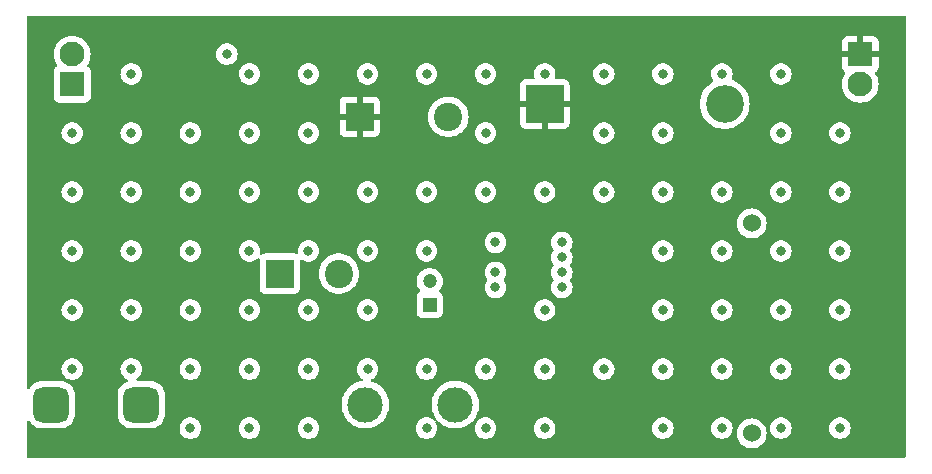
<source format=gbr>
%TF.GenerationSoftware,KiCad,Pcbnew,7.0.7*%
%TF.CreationDate,2023-09-13T14:32:16-04:00*%
%TF.ProjectId,Alim5,416c696d-352e-46b6-9963-61645f706362,rev?*%
%TF.SameCoordinates,Original*%
%TF.FileFunction,Copper,L3,Inr*%
%TF.FilePolarity,Positive*%
%FSLAX46Y46*%
G04 Gerber Fmt 4.6, Leading zero omitted, Abs format (unit mm)*
G04 Created by KiCad (PCBNEW 7.0.7) date 2023-09-13 14:32:16*
%MOMM*%
%LPD*%
G01*
G04 APERTURE LIST*
G04 Aperture macros list*
%AMRoundRect*
0 Rectangle with rounded corners*
0 $1 Rounding radius*
0 $2 $3 $4 $5 $6 $7 $8 $9 X,Y pos of 4 corners*
0 Add a 4 corners polygon primitive as box body*
4,1,4,$2,$3,$4,$5,$6,$7,$8,$9,$2,$3,0*
0 Add four circle primitives for the rounded corners*
1,1,$1+$1,$2,$3*
1,1,$1+$1,$4,$5*
1,1,$1+$1,$6,$7*
1,1,$1+$1,$8,$9*
0 Add four rect primitives between the rounded corners*
20,1,$1+$1,$2,$3,$4,$5,0*
20,1,$1+$1,$4,$5,$6,$7,0*
20,1,$1+$1,$6,$7,$8,$9,0*
20,1,$1+$1,$8,$9,$2,$3,0*%
G04 Aperture macros list end*
%TA.AperFunction,ComponentPad*%
%ADD10C,1.524000*%
%TD*%
%TA.AperFunction,ComponentPad*%
%ADD11R,2.100000X2.100000*%
%TD*%
%TA.AperFunction,ComponentPad*%
%ADD12C,2.100000*%
%TD*%
%TA.AperFunction,ComponentPad*%
%ADD13RoundRect,0.750000X-0.750000X-0.750000X0.750000X-0.750000X0.750000X0.750000X-0.750000X0.750000X0*%
%TD*%
%TA.AperFunction,ComponentPad*%
%ADD14C,3.000000*%
%TD*%
%TA.AperFunction,ComponentPad*%
%ADD15R,2.400000X2.400000*%
%TD*%
%TA.AperFunction,ComponentPad*%
%ADD16C,2.400000*%
%TD*%
%TA.AperFunction,ComponentPad*%
%ADD17R,3.200000X3.200000*%
%TD*%
%TA.AperFunction,ComponentPad*%
%ADD18O,3.200000X3.200000*%
%TD*%
%TA.AperFunction,ComponentPad*%
%ADD19R,1.200000X1.200000*%
%TD*%
%TA.AperFunction,ComponentPad*%
%ADD20C,1.200000*%
%TD*%
%TA.AperFunction,ViaPad*%
%ADD21C,0.800000*%
%TD*%
G04 APERTURE END LIST*
D10*
%TO.N,Net-(U1-Ipk_Sense)*%
%TO.C,L1*%
X166150000Y-121142000D03*
%TO.N,Net-(D1-A)*%
X166150000Y-103362000D03*
%TD*%
D11*
%TO.N,Net-(D1-K)*%
%TO.C,J3*%
X175340000Y-89030000D03*
D12*
%TO.N,GND*%
X175340000Y-91570000D03*
%TD*%
D13*
%TO.N,Net-(J1-Pin_1)*%
%TO.C,F1*%
X106850000Y-118700000D03*
X114470000Y-118700000D03*
D14*
%TO.N,Net-(U1-VCC)*%
X133440000Y-118700000D03*
X141060000Y-118700000D03*
%TD*%
D15*
%TO.N,Net-(U1-VCC)*%
%TO.C,C1*%
X126200000Y-107610000D03*
D16*
%TO.N,GND*%
X131200000Y-107610000D03*
%TD*%
D17*
%TO.N,Net-(D1-K)*%
%TO.C,D1*%
X148630000Y-93250000D03*
D18*
%TO.N,Net-(D1-A)*%
X163870000Y-93250000D03*
%TD*%
D11*
%TO.N,Net-(J1-Pin_1)*%
%TO.C,J1*%
X108620000Y-91570000D03*
D12*
%TO.N,GND*%
X108620000Y-89030000D03*
%TD*%
D15*
%TO.N,Net-(D1-K)*%
%TO.C,C3*%
X132967246Y-94330000D03*
D16*
%TO.N,GND*%
X140467246Y-94330000D03*
%TD*%
D19*
%TO.N,Net-(U1-timing_capacitor)*%
%TO.C,C2*%
X138890000Y-110252600D03*
D20*
%TO.N,GND*%
X138890000Y-108252600D03*
%TD*%
D21*
%TO.N,GND*%
X128624803Y-95700000D03*
X128624803Y-115700000D03*
X144460000Y-108780000D03*
X118624803Y-95700000D03*
X168624803Y-100700000D03*
X150070000Y-107510000D03*
X153624803Y-115700000D03*
X173624803Y-120700000D03*
X153624803Y-95700000D03*
X163624803Y-115700000D03*
X158624803Y-115700000D03*
X108624803Y-105700000D03*
X168624803Y-95700000D03*
X123624803Y-120700000D03*
X108624803Y-110700000D03*
X143624803Y-100700000D03*
X148624803Y-90700000D03*
X163624803Y-120700000D03*
X138624803Y-115700000D03*
X123624803Y-115700000D03*
X173624803Y-110700000D03*
X158624803Y-95700000D03*
X118624803Y-120700000D03*
X113624803Y-95700000D03*
X128624803Y-90700000D03*
X163624803Y-100700000D03*
X118624803Y-105700000D03*
X118624803Y-100700000D03*
X168624803Y-120700000D03*
X121710000Y-89030000D03*
X123624803Y-105700000D03*
X168624803Y-115700000D03*
X158624803Y-110700000D03*
X123624803Y-90700000D03*
X173624803Y-105700000D03*
X158624803Y-120700000D03*
X128624803Y-105700000D03*
X118624803Y-115700000D03*
X163624803Y-105700000D03*
X138624803Y-90700000D03*
X153624803Y-100700000D03*
X143624803Y-95700000D03*
X118624803Y-110700000D03*
X173624803Y-115700000D03*
X133624803Y-90700000D03*
X150070000Y-104970000D03*
X153624803Y-90700000D03*
X108624803Y-100700000D03*
X108624803Y-95700000D03*
X113624803Y-90700000D03*
X173624803Y-100700000D03*
X173624803Y-95700000D03*
X113624803Y-110700000D03*
X123624803Y-95700000D03*
X163624803Y-110700000D03*
X144460000Y-107510000D03*
X143624803Y-115700000D03*
X128624803Y-110700000D03*
X123624803Y-100700000D03*
X168624803Y-105700000D03*
X133624803Y-100700000D03*
X123624803Y-110700000D03*
X143624803Y-120700000D03*
X138624803Y-105700000D03*
X133624803Y-110700000D03*
X138624803Y-100700000D03*
X113624803Y-105700000D03*
X143624803Y-90700000D03*
X148624803Y-110700000D03*
X150070000Y-108780000D03*
X158624803Y-90700000D03*
X113624803Y-115700000D03*
X148624803Y-120700000D03*
X148624803Y-100700000D03*
X133624803Y-105700000D03*
X128624803Y-120700000D03*
X163624803Y-90700000D03*
X144460000Y-104970000D03*
X108624803Y-115700000D03*
X113624803Y-100700000D03*
X138624803Y-120700000D03*
X168624803Y-90700000D03*
X128624803Y-100700000D03*
X158624803Y-100700000D03*
X150070000Y-106240000D03*
X158624803Y-105700000D03*
X148624803Y-115700000D03*
X133624803Y-115700000D03*
X168624803Y-110700000D03*
%TD*%
%TA.AperFunction,Conductor*%
%TO.N,Net-(D1-K)*%
G36*
X179132539Y-85779685D02*
G01*
X179178294Y-85832489D01*
X179189500Y-85884000D01*
X179189500Y-123095500D01*
X179169815Y-123162539D01*
X179117011Y-123208294D01*
X179065500Y-123219500D01*
X104914000Y-123219500D01*
X104846961Y-123199815D01*
X104801206Y-123147011D01*
X104790000Y-123095500D01*
X104790000Y-120165746D01*
X104809685Y-120098707D01*
X104862489Y-120052952D01*
X104931647Y-120043008D01*
X104995203Y-120072033D01*
X105015928Y-120095130D01*
X105130014Y-120259803D01*
X105290196Y-120419985D01*
X105476404Y-120548991D01*
X105476405Y-120548991D01*
X105476409Y-120548994D01*
X105581995Y-120596953D01*
X105682661Y-120642678D01*
X105682662Y-120642678D01*
X105682664Y-120642679D01*
X105902331Y-120698030D01*
X106017270Y-120707075D01*
X106035362Y-120708500D01*
X106035364Y-120708500D01*
X107664638Y-120708500D01*
X107681577Y-120707166D01*
X107797669Y-120698030D01*
X108017336Y-120642679D01*
X108223591Y-120548994D01*
X108409802Y-120419986D01*
X108569986Y-120259802D01*
X108698994Y-120073591D01*
X108792679Y-119867336D01*
X108848030Y-119647669D01*
X108858500Y-119514638D01*
X112461500Y-119514638D01*
X112471970Y-119647668D01*
X112527321Y-119867338D01*
X112603508Y-120035067D01*
X112620298Y-120072033D01*
X112621008Y-120073595D01*
X112750014Y-120259803D01*
X112910196Y-120419985D01*
X113096404Y-120548991D01*
X113096405Y-120548991D01*
X113096409Y-120548994D01*
X113201995Y-120596953D01*
X113302661Y-120642678D01*
X113302662Y-120642678D01*
X113302664Y-120642679D01*
X113522331Y-120698030D01*
X113637270Y-120707075D01*
X113655362Y-120708500D01*
X113655364Y-120708500D01*
X115284638Y-120708500D01*
X115301577Y-120707166D01*
X115392636Y-120700000D01*
X117711299Y-120700000D01*
X117731261Y-120889928D01*
X117731262Y-120889931D01*
X117790273Y-121071549D01*
X117790276Y-121071556D01*
X117885763Y-121236944D01*
X118013550Y-121378866D01*
X118168051Y-121491118D01*
X118342515Y-121568794D01*
X118529316Y-121608500D01*
X118720290Y-121608500D01*
X118907091Y-121568794D01*
X119081555Y-121491118D01*
X119236056Y-121378866D01*
X119363843Y-121236944D01*
X119459330Y-121071556D01*
X119518345Y-120889928D01*
X119538307Y-120700000D01*
X122711299Y-120700000D01*
X122731261Y-120889928D01*
X122731262Y-120889931D01*
X122790273Y-121071549D01*
X122790276Y-121071556D01*
X122885763Y-121236944D01*
X123013550Y-121378866D01*
X123168051Y-121491118D01*
X123342515Y-121568794D01*
X123529316Y-121608500D01*
X123720290Y-121608500D01*
X123907091Y-121568794D01*
X124081555Y-121491118D01*
X124236056Y-121378866D01*
X124363843Y-121236944D01*
X124459330Y-121071556D01*
X124518345Y-120889928D01*
X124538307Y-120700000D01*
X127711299Y-120700000D01*
X127731261Y-120889928D01*
X127731262Y-120889931D01*
X127790273Y-121071549D01*
X127790276Y-121071556D01*
X127885763Y-121236944D01*
X128013550Y-121378866D01*
X128168051Y-121491118D01*
X128342515Y-121568794D01*
X128529316Y-121608500D01*
X128720290Y-121608500D01*
X128907091Y-121568794D01*
X129081555Y-121491118D01*
X129236056Y-121378866D01*
X129363843Y-121236944D01*
X129459330Y-121071556D01*
X129518345Y-120889928D01*
X129538307Y-120700000D01*
X129518345Y-120510072D01*
X129459330Y-120328444D01*
X129363843Y-120163056D01*
X129248601Y-120035067D01*
X129236057Y-120021135D01*
X129189159Y-119987061D01*
X129081555Y-119908882D01*
X128907091Y-119831206D01*
X128907089Y-119831205D01*
X128720290Y-119791500D01*
X128529316Y-119791500D01*
X128342517Y-119831205D01*
X128168049Y-119908883D01*
X128013548Y-120021135D01*
X127885762Y-120163057D01*
X127790276Y-120328443D01*
X127790273Y-120328450D01*
X127731262Y-120510068D01*
X127731261Y-120510072D01*
X127711299Y-120700000D01*
X124538307Y-120700000D01*
X124518345Y-120510072D01*
X124459330Y-120328444D01*
X124363843Y-120163056D01*
X124248601Y-120035067D01*
X124236057Y-120021135D01*
X124189159Y-119987061D01*
X124081555Y-119908882D01*
X123907091Y-119831206D01*
X123907089Y-119831205D01*
X123720290Y-119791500D01*
X123529316Y-119791500D01*
X123342517Y-119831205D01*
X123168049Y-119908883D01*
X123013548Y-120021135D01*
X122885762Y-120163057D01*
X122790276Y-120328443D01*
X122790273Y-120328450D01*
X122731262Y-120510068D01*
X122731261Y-120510072D01*
X122711299Y-120700000D01*
X119538307Y-120700000D01*
X119518345Y-120510072D01*
X119459330Y-120328444D01*
X119363843Y-120163056D01*
X119248601Y-120035067D01*
X119236057Y-120021135D01*
X119189159Y-119987061D01*
X119081555Y-119908882D01*
X118907091Y-119831206D01*
X118907089Y-119831205D01*
X118720290Y-119791500D01*
X118529316Y-119791500D01*
X118342517Y-119831205D01*
X118168049Y-119908883D01*
X118013548Y-120021135D01*
X117885762Y-120163057D01*
X117790276Y-120328443D01*
X117790273Y-120328450D01*
X117731262Y-120510068D01*
X117731261Y-120510072D01*
X117711299Y-120700000D01*
X115392636Y-120700000D01*
X115417669Y-120698030D01*
X115637336Y-120642679D01*
X115843591Y-120548994D01*
X116029802Y-120419986D01*
X116189986Y-120259802D01*
X116318994Y-120073591D01*
X116412679Y-119867336D01*
X116468030Y-119647669D01*
X116478500Y-119514636D01*
X116478500Y-118700000D01*
X131426807Y-118700000D01*
X131445557Y-118974130D01*
X131445558Y-118974132D01*
X131501458Y-119243141D01*
X131501463Y-119243158D01*
X131593476Y-119502056D01*
X131719889Y-119746024D01*
X131719893Y-119746030D01*
X131878340Y-119970499D01*
X131878343Y-119970502D01*
X132065889Y-120171314D01*
X132279031Y-120344718D01*
X132279033Y-120344719D01*
X132279034Y-120344720D01*
X132513801Y-120487485D01*
X132655403Y-120548991D01*
X132765823Y-120596953D01*
X133030404Y-120671085D01*
X133269720Y-120703978D01*
X133302614Y-120708500D01*
X133302615Y-120708500D01*
X133577386Y-120708500D01*
X133606733Y-120704466D01*
X133639225Y-120700000D01*
X137711299Y-120700000D01*
X137731261Y-120889928D01*
X137731262Y-120889931D01*
X137790273Y-121071549D01*
X137790276Y-121071556D01*
X137885763Y-121236944D01*
X138013550Y-121378866D01*
X138168051Y-121491118D01*
X138342515Y-121568794D01*
X138529316Y-121608500D01*
X138720290Y-121608500D01*
X138907091Y-121568794D01*
X139081555Y-121491118D01*
X139236056Y-121378866D01*
X139363843Y-121236944D01*
X139459330Y-121071556D01*
X139518345Y-120889928D01*
X139538307Y-120700000D01*
X139518345Y-120510072D01*
X139459330Y-120328444D01*
X139397238Y-120220899D01*
X139380766Y-120153000D01*
X139403619Y-120086973D01*
X139458540Y-120043782D01*
X139528093Y-120037141D01*
X139590196Y-120069157D01*
X139595249Y-120074263D01*
X139685889Y-120171314D01*
X139899031Y-120344718D01*
X139899033Y-120344719D01*
X139899034Y-120344720D01*
X140133801Y-120487485D01*
X140275403Y-120548991D01*
X140385823Y-120596953D01*
X140650404Y-120671085D01*
X140889720Y-120703978D01*
X140922614Y-120708500D01*
X140922615Y-120708500D01*
X141197386Y-120708500D01*
X141226733Y-120704466D01*
X141259225Y-120700000D01*
X142711299Y-120700000D01*
X142731261Y-120889928D01*
X142731262Y-120889931D01*
X142790273Y-121071549D01*
X142790276Y-121071556D01*
X142885763Y-121236944D01*
X143013550Y-121378866D01*
X143168051Y-121491118D01*
X143342515Y-121568794D01*
X143529316Y-121608500D01*
X143720290Y-121608500D01*
X143907091Y-121568794D01*
X144081555Y-121491118D01*
X144236056Y-121378866D01*
X144363843Y-121236944D01*
X144459330Y-121071556D01*
X144518345Y-120889928D01*
X144538307Y-120700000D01*
X147711299Y-120700000D01*
X147731261Y-120889928D01*
X147731262Y-120889931D01*
X147790273Y-121071549D01*
X147790276Y-121071556D01*
X147885763Y-121236944D01*
X148013550Y-121378866D01*
X148168051Y-121491118D01*
X148342515Y-121568794D01*
X148529316Y-121608500D01*
X148720290Y-121608500D01*
X148907091Y-121568794D01*
X149081555Y-121491118D01*
X149236056Y-121378866D01*
X149363843Y-121236944D01*
X149459330Y-121071556D01*
X149518345Y-120889928D01*
X149538307Y-120700000D01*
X157711299Y-120700000D01*
X157731261Y-120889928D01*
X157731262Y-120889931D01*
X157790273Y-121071549D01*
X157790276Y-121071556D01*
X157885763Y-121236944D01*
X158013550Y-121378866D01*
X158168051Y-121491118D01*
X158342515Y-121568794D01*
X158529316Y-121608500D01*
X158720290Y-121608500D01*
X158907091Y-121568794D01*
X159081555Y-121491118D01*
X159236056Y-121378866D01*
X159363843Y-121236944D01*
X159459330Y-121071556D01*
X159518345Y-120889928D01*
X159538307Y-120700000D01*
X162711299Y-120700000D01*
X162731261Y-120889928D01*
X162731262Y-120889931D01*
X162790273Y-121071549D01*
X162790276Y-121071556D01*
X162885763Y-121236944D01*
X163013550Y-121378866D01*
X163168051Y-121491118D01*
X163342515Y-121568794D01*
X163529316Y-121608500D01*
X163720290Y-121608500D01*
X163907091Y-121568794D01*
X164081555Y-121491118D01*
X164236056Y-121378866D01*
X164363843Y-121236944D01*
X164418658Y-121142002D01*
X164874647Y-121142002D01*
X164894021Y-121363457D01*
X164894022Y-121363465D01*
X164951558Y-121578191D01*
X164951559Y-121578193D01*
X164951560Y-121578196D01*
X164965691Y-121608500D01*
X165045511Y-121779676D01*
X165045512Y-121779677D01*
X165173023Y-121961781D01*
X165330219Y-122118977D01*
X165512323Y-122246488D01*
X165713804Y-122340440D01*
X165928537Y-122397978D01*
X166086724Y-122411817D01*
X166149998Y-122417353D01*
X166150000Y-122417353D01*
X166150002Y-122417353D01*
X166205365Y-122412509D01*
X166371463Y-122397978D01*
X166586196Y-122340440D01*
X166787677Y-122246488D01*
X166969781Y-122118977D01*
X167126977Y-121961781D01*
X167254488Y-121779677D01*
X167348440Y-121578196D01*
X167405978Y-121363463D01*
X167425353Y-121142000D01*
X167405978Y-120920537D01*
X167348440Y-120705804D01*
X167345734Y-120700000D01*
X167711299Y-120700000D01*
X167731261Y-120889928D01*
X167731262Y-120889931D01*
X167790273Y-121071549D01*
X167790276Y-121071556D01*
X167885763Y-121236944D01*
X168013550Y-121378866D01*
X168168051Y-121491118D01*
X168342515Y-121568794D01*
X168529316Y-121608500D01*
X168720290Y-121608500D01*
X168907091Y-121568794D01*
X169081555Y-121491118D01*
X169236056Y-121378866D01*
X169363843Y-121236944D01*
X169459330Y-121071556D01*
X169518345Y-120889928D01*
X169538307Y-120700000D01*
X172711299Y-120700000D01*
X172731261Y-120889928D01*
X172731262Y-120889931D01*
X172790273Y-121071549D01*
X172790276Y-121071556D01*
X172885763Y-121236944D01*
X173013550Y-121378866D01*
X173168051Y-121491118D01*
X173342515Y-121568794D01*
X173529316Y-121608500D01*
X173720290Y-121608500D01*
X173907091Y-121568794D01*
X174081555Y-121491118D01*
X174236056Y-121378866D01*
X174363843Y-121236944D01*
X174459330Y-121071556D01*
X174518345Y-120889928D01*
X174538307Y-120700000D01*
X174518345Y-120510072D01*
X174459330Y-120328444D01*
X174363843Y-120163056D01*
X174248601Y-120035067D01*
X174236057Y-120021135D01*
X174189159Y-119987061D01*
X174081555Y-119908882D01*
X173907091Y-119831206D01*
X173907089Y-119831205D01*
X173720290Y-119791500D01*
X173529316Y-119791500D01*
X173342517Y-119831205D01*
X173168049Y-119908883D01*
X173013548Y-120021135D01*
X172885762Y-120163057D01*
X172790276Y-120328443D01*
X172790273Y-120328450D01*
X172731262Y-120510068D01*
X172731261Y-120510072D01*
X172711299Y-120700000D01*
X169538307Y-120700000D01*
X169518345Y-120510072D01*
X169459330Y-120328444D01*
X169363843Y-120163056D01*
X169248601Y-120035067D01*
X169236057Y-120021135D01*
X169189159Y-119987061D01*
X169081555Y-119908882D01*
X168907091Y-119831206D01*
X168907089Y-119831205D01*
X168720290Y-119791500D01*
X168529316Y-119791500D01*
X168342517Y-119831205D01*
X168168049Y-119908883D01*
X168013548Y-120021135D01*
X167885762Y-120163057D01*
X167790276Y-120328443D01*
X167790273Y-120328450D01*
X167731262Y-120510068D01*
X167731261Y-120510072D01*
X167711299Y-120700000D01*
X167345734Y-120700000D01*
X167254488Y-120504324D01*
X167254486Y-120504321D01*
X167254485Y-120504319D01*
X167126978Y-120322220D01*
X167064560Y-120259802D01*
X166969781Y-120165023D01*
X166802664Y-120048006D01*
X166787676Y-120037511D01*
X166643973Y-119970502D01*
X166586196Y-119943560D01*
X166586193Y-119943559D01*
X166586191Y-119943558D01*
X166371465Y-119886022D01*
X166371457Y-119886021D01*
X166150002Y-119866647D01*
X166149998Y-119866647D01*
X165928542Y-119886021D01*
X165928535Y-119886022D01*
X165713800Y-119943561D01*
X165512323Y-120037512D01*
X165512319Y-120037514D01*
X165330217Y-120165023D01*
X165173023Y-120322217D01*
X165045514Y-120504319D01*
X165045512Y-120504323D01*
X164951561Y-120705800D01*
X164894022Y-120920535D01*
X164894021Y-120920542D01*
X164874647Y-121141997D01*
X164874647Y-121142002D01*
X164418658Y-121142002D01*
X164459330Y-121071556D01*
X164518345Y-120889928D01*
X164538307Y-120700000D01*
X164518345Y-120510072D01*
X164459330Y-120328444D01*
X164363843Y-120163056D01*
X164248601Y-120035067D01*
X164236057Y-120021135D01*
X164189159Y-119987061D01*
X164081555Y-119908882D01*
X163907091Y-119831206D01*
X163907089Y-119831205D01*
X163720290Y-119791500D01*
X163529316Y-119791500D01*
X163342517Y-119831205D01*
X163168049Y-119908883D01*
X163013548Y-120021135D01*
X162885762Y-120163057D01*
X162790276Y-120328443D01*
X162790273Y-120328450D01*
X162731262Y-120510068D01*
X162731261Y-120510072D01*
X162711299Y-120700000D01*
X159538307Y-120700000D01*
X159518345Y-120510072D01*
X159459330Y-120328444D01*
X159363843Y-120163056D01*
X159248601Y-120035067D01*
X159236057Y-120021135D01*
X159189159Y-119987061D01*
X159081555Y-119908882D01*
X158907091Y-119831206D01*
X158907089Y-119831205D01*
X158720290Y-119791500D01*
X158529316Y-119791500D01*
X158342517Y-119831205D01*
X158168049Y-119908883D01*
X158013548Y-120021135D01*
X157885762Y-120163057D01*
X157790276Y-120328443D01*
X157790273Y-120328450D01*
X157731262Y-120510068D01*
X157731261Y-120510072D01*
X157711299Y-120700000D01*
X149538307Y-120700000D01*
X149518345Y-120510072D01*
X149459330Y-120328444D01*
X149363843Y-120163056D01*
X149248601Y-120035067D01*
X149236057Y-120021135D01*
X149189159Y-119987061D01*
X149081555Y-119908882D01*
X148907091Y-119831206D01*
X148907089Y-119831205D01*
X148720290Y-119791500D01*
X148529316Y-119791500D01*
X148342517Y-119831205D01*
X148168049Y-119908883D01*
X148013548Y-120021135D01*
X147885762Y-120163057D01*
X147790276Y-120328443D01*
X147790273Y-120328450D01*
X147731262Y-120510068D01*
X147731261Y-120510072D01*
X147711299Y-120700000D01*
X144538307Y-120700000D01*
X144518345Y-120510072D01*
X144459330Y-120328444D01*
X144363843Y-120163056D01*
X144248601Y-120035067D01*
X144236057Y-120021135D01*
X144189159Y-119987061D01*
X144081555Y-119908882D01*
X143907091Y-119831206D01*
X143907089Y-119831205D01*
X143720290Y-119791500D01*
X143529316Y-119791500D01*
X143342517Y-119831205D01*
X143168049Y-119908883D01*
X143013548Y-120021135D01*
X142885762Y-120163057D01*
X142790276Y-120328443D01*
X142790273Y-120328450D01*
X142731262Y-120510068D01*
X142731261Y-120510072D01*
X142711299Y-120700000D01*
X141259225Y-120700000D01*
X141469596Y-120671085D01*
X141734177Y-120596953D01*
X141986200Y-120487484D01*
X142220969Y-120344718D01*
X142434111Y-120171314D01*
X142621657Y-119970502D01*
X142780111Y-119746023D01*
X142906523Y-119502058D01*
X142998538Y-119243153D01*
X142998539Y-119243146D01*
X142998541Y-119243141D01*
X143024491Y-119118259D01*
X143054442Y-118974130D01*
X143073193Y-118700000D01*
X143054442Y-118425870D01*
X143035141Y-118332989D01*
X142998541Y-118156858D01*
X142998536Y-118156841D01*
X142906523Y-117897943D01*
X142906523Y-117897942D01*
X142780111Y-117653977D01*
X142780110Y-117653975D01*
X142780106Y-117653969D01*
X142621659Y-117429500D01*
X142525378Y-117326409D01*
X142434111Y-117228686D01*
X142220969Y-117055282D01*
X142220967Y-117055281D01*
X142220965Y-117055279D01*
X141986198Y-116912514D01*
X141734178Y-116803047D01*
X141469602Y-116728916D01*
X141469597Y-116728915D01*
X141469596Y-116728915D01*
X141273559Y-116701970D01*
X141197386Y-116691500D01*
X141197385Y-116691500D01*
X140922615Y-116691500D01*
X140922614Y-116691500D01*
X140650404Y-116728915D01*
X140650397Y-116728916D01*
X140385821Y-116803047D01*
X140133801Y-116912514D01*
X139899034Y-117055279D01*
X139685892Y-117228683D01*
X139498340Y-117429500D01*
X139339893Y-117653969D01*
X139339889Y-117653975D01*
X139213476Y-117897943D01*
X139121463Y-118156841D01*
X139121458Y-118156858D01*
X139065558Y-118425867D01*
X139065557Y-118425869D01*
X139046807Y-118699999D01*
X139065557Y-118974130D01*
X139065558Y-118974132D01*
X139121458Y-119243141D01*
X139121463Y-119243158D01*
X139213476Y-119502056D01*
X139339889Y-119746024D01*
X139339893Y-119746030D01*
X139415478Y-119853109D01*
X139438057Y-119919229D01*
X139421304Y-119987061D01*
X139370537Y-120035067D01*
X139301876Y-120048006D01*
X139241289Y-120024935D01*
X139081559Y-119908884D01*
X138988245Y-119867338D01*
X138907091Y-119831206D01*
X138907089Y-119831205D01*
X138720290Y-119791500D01*
X138529316Y-119791500D01*
X138342517Y-119831205D01*
X138168049Y-119908883D01*
X138013548Y-120021135D01*
X137885762Y-120163057D01*
X137790276Y-120328443D01*
X137790273Y-120328450D01*
X137731262Y-120510068D01*
X137731261Y-120510072D01*
X137711299Y-120700000D01*
X133639225Y-120700000D01*
X133849596Y-120671085D01*
X134114177Y-120596953D01*
X134366200Y-120487484D01*
X134600969Y-120344718D01*
X134814111Y-120171314D01*
X135001657Y-119970502D01*
X135160111Y-119746023D01*
X135286523Y-119502058D01*
X135378538Y-119243153D01*
X135378539Y-119243146D01*
X135378541Y-119243141D01*
X135404491Y-119118259D01*
X135434442Y-118974130D01*
X135453193Y-118700000D01*
X135434442Y-118425870D01*
X135415141Y-118332989D01*
X135378541Y-118156858D01*
X135378536Y-118156841D01*
X135286523Y-117897943D01*
X135286523Y-117897942D01*
X135160111Y-117653977D01*
X135160110Y-117653975D01*
X135160106Y-117653969D01*
X135001659Y-117429500D01*
X134905378Y-117326409D01*
X134814111Y-117228686D01*
X134600969Y-117055282D01*
X134600967Y-117055281D01*
X134600965Y-117055279D01*
X134366198Y-116912514D01*
X134114178Y-116803047D01*
X133995331Y-116769748D01*
X133936089Y-116732706D01*
X133906277Y-116669516D01*
X133915361Y-116600239D01*
X133960456Y-116546871D01*
X133978339Y-116537072D01*
X134081555Y-116491118D01*
X134236056Y-116378866D01*
X134363843Y-116236944D01*
X134459330Y-116071556D01*
X134518345Y-115889928D01*
X134538307Y-115700000D01*
X137711299Y-115700000D01*
X137731261Y-115889928D01*
X137731262Y-115889931D01*
X137790273Y-116071549D01*
X137790276Y-116071556D01*
X137885763Y-116236944D01*
X138013550Y-116378866D01*
X138168051Y-116491118D01*
X138342515Y-116568794D01*
X138529316Y-116608500D01*
X138720290Y-116608500D01*
X138907091Y-116568794D01*
X139081555Y-116491118D01*
X139236056Y-116378866D01*
X139363843Y-116236944D01*
X139459330Y-116071556D01*
X139518345Y-115889928D01*
X139538307Y-115700000D01*
X142711299Y-115700000D01*
X142731261Y-115889928D01*
X142731262Y-115889931D01*
X142790273Y-116071549D01*
X142790276Y-116071556D01*
X142885763Y-116236944D01*
X143013550Y-116378866D01*
X143168051Y-116491118D01*
X143342515Y-116568794D01*
X143529316Y-116608500D01*
X143720290Y-116608500D01*
X143907091Y-116568794D01*
X144081555Y-116491118D01*
X144236056Y-116378866D01*
X144363843Y-116236944D01*
X144459330Y-116071556D01*
X144518345Y-115889928D01*
X144538307Y-115700000D01*
X147711299Y-115700000D01*
X147731261Y-115889928D01*
X147731262Y-115889931D01*
X147790273Y-116071549D01*
X147790276Y-116071556D01*
X147885763Y-116236944D01*
X148013550Y-116378866D01*
X148168051Y-116491118D01*
X148342515Y-116568794D01*
X148529316Y-116608500D01*
X148720290Y-116608500D01*
X148907091Y-116568794D01*
X149081555Y-116491118D01*
X149236056Y-116378866D01*
X149363843Y-116236944D01*
X149459330Y-116071556D01*
X149518345Y-115889928D01*
X149538307Y-115700000D01*
X152711299Y-115700000D01*
X152731261Y-115889928D01*
X152731262Y-115889931D01*
X152790273Y-116071549D01*
X152790276Y-116071556D01*
X152885763Y-116236944D01*
X153013550Y-116378866D01*
X153168051Y-116491118D01*
X153342515Y-116568794D01*
X153529316Y-116608500D01*
X153720290Y-116608500D01*
X153907091Y-116568794D01*
X154081555Y-116491118D01*
X154236056Y-116378866D01*
X154363843Y-116236944D01*
X154459330Y-116071556D01*
X154518345Y-115889928D01*
X154538307Y-115700000D01*
X157711299Y-115700000D01*
X157731261Y-115889928D01*
X157731262Y-115889931D01*
X157790273Y-116071549D01*
X157790276Y-116071556D01*
X157885763Y-116236944D01*
X158013550Y-116378866D01*
X158168051Y-116491118D01*
X158342515Y-116568794D01*
X158529316Y-116608500D01*
X158720290Y-116608500D01*
X158907091Y-116568794D01*
X159081555Y-116491118D01*
X159236056Y-116378866D01*
X159363843Y-116236944D01*
X159459330Y-116071556D01*
X159518345Y-115889928D01*
X159538307Y-115700000D01*
X162711299Y-115700000D01*
X162731261Y-115889928D01*
X162731262Y-115889931D01*
X162790273Y-116071549D01*
X162790276Y-116071556D01*
X162885763Y-116236944D01*
X163013550Y-116378866D01*
X163168051Y-116491118D01*
X163342515Y-116568794D01*
X163529316Y-116608500D01*
X163720290Y-116608500D01*
X163907091Y-116568794D01*
X164081555Y-116491118D01*
X164236056Y-116378866D01*
X164363843Y-116236944D01*
X164459330Y-116071556D01*
X164518345Y-115889928D01*
X164538307Y-115700000D01*
X167711299Y-115700000D01*
X167731261Y-115889928D01*
X167731262Y-115889931D01*
X167790273Y-116071549D01*
X167790276Y-116071556D01*
X167885763Y-116236944D01*
X168013550Y-116378866D01*
X168168051Y-116491118D01*
X168342515Y-116568794D01*
X168529316Y-116608500D01*
X168720290Y-116608500D01*
X168907091Y-116568794D01*
X169081555Y-116491118D01*
X169236056Y-116378866D01*
X169363843Y-116236944D01*
X169459330Y-116071556D01*
X169518345Y-115889928D01*
X169538307Y-115700000D01*
X172711299Y-115700000D01*
X172731261Y-115889928D01*
X172731262Y-115889931D01*
X172790273Y-116071549D01*
X172790276Y-116071556D01*
X172885763Y-116236944D01*
X173013550Y-116378866D01*
X173168051Y-116491118D01*
X173342515Y-116568794D01*
X173529316Y-116608500D01*
X173720290Y-116608500D01*
X173907091Y-116568794D01*
X174081555Y-116491118D01*
X174236056Y-116378866D01*
X174363843Y-116236944D01*
X174459330Y-116071556D01*
X174518345Y-115889928D01*
X174538307Y-115700000D01*
X174518345Y-115510072D01*
X174459330Y-115328444D01*
X174363843Y-115163056D01*
X174236056Y-115021134D01*
X174081555Y-114908882D01*
X173907091Y-114831206D01*
X173907089Y-114831205D01*
X173720290Y-114791500D01*
X173529316Y-114791500D01*
X173342517Y-114831205D01*
X173168049Y-114908883D01*
X173013548Y-115021135D01*
X172885762Y-115163057D01*
X172790276Y-115328443D01*
X172790273Y-115328450D01*
X172731262Y-115510068D01*
X172731261Y-115510072D01*
X172711299Y-115700000D01*
X169538307Y-115700000D01*
X169518345Y-115510072D01*
X169459330Y-115328444D01*
X169363843Y-115163056D01*
X169236056Y-115021134D01*
X169081555Y-114908882D01*
X168907091Y-114831206D01*
X168907089Y-114831205D01*
X168720290Y-114791500D01*
X168529316Y-114791500D01*
X168342517Y-114831205D01*
X168168049Y-114908883D01*
X168013548Y-115021135D01*
X167885762Y-115163057D01*
X167790276Y-115328443D01*
X167790273Y-115328450D01*
X167731262Y-115510068D01*
X167731261Y-115510072D01*
X167711299Y-115700000D01*
X164538307Y-115700000D01*
X164518345Y-115510072D01*
X164459330Y-115328444D01*
X164363843Y-115163056D01*
X164236056Y-115021134D01*
X164081555Y-114908882D01*
X163907091Y-114831206D01*
X163907089Y-114831205D01*
X163720290Y-114791500D01*
X163529316Y-114791500D01*
X163342517Y-114831205D01*
X163168049Y-114908883D01*
X163013548Y-115021135D01*
X162885762Y-115163057D01*
X162790276Y-115328443D01*
X162790273Y-115328450D01*
X162731262Y-115510068D01*
X162731261Y-115510072D01*
X162711299Y-115700000D01*
X159538307Y-115700000D01*
X159518345Y-115510072D01*
X159459330Y-115328444D01*
X159363843Y-115163056D01*
X159236056Y-115021134D01*
X159081555Y-114908882D01*
X158907091Y-114831206D01*
X158907089Y-114831205D01*
X158720290Y-114791500D01*
X158529316Y-114791500D01*
X158342517Y-114831205D01*
X158168049Y-114908883D01*
X158013548Y-115021135D01*
X157885762Y-115163057D01*
X157790276Y-115328443D01*
X157790273Y-115328450D01*
X157731262Y-115510068D01*
X157731261Y-115510072D01*
X157711299Y-115700000D01*
X154538307Y-115700000D01*
X154518345Y-115510072D01*
X154459330Y-115328444D01*
X154363843Y-115163056D01*
X154236056Y-115021134D01*
X154081555Y-114908882D01*
X153907091Y-114831206D01*
X153907089Y-114831205D01*
X153720290Y-114791500D01*
X153529316Y-114791500D01*
X153342517Y-114831205D01*
X153168049Y-114908883D01*
X153013548Y-115021135D01*
X152885762Y-115163057D01*
X152790276Y-115328443D01*
X152790273Y-115328450D01*
X152731262Y-115510068D01*
X152731261Y-115510072D01*
X152711299Y-115700000D01*
X149538307Y-115700000D01*
X149518345Y-115510072D01*
X149459330Y-115328444D01*
X149363843Y-115163056D01*
X149236056Y-115021134D01*
X149081555Y-114908882D01*
X148907091Y-114831206D01*
X148907089Y-114831205D01*
X148720290Y-114791500D01*
X148529316Y-114791500D01*
X148342517Y-114831205D01*
X148168049Y-114908883D01*
X148013548Y-115021135D01*
X147885762Y-115163057D01*
X147790276Y-115328443D01*
X147790273Y-115328450D01*
X147731262Y-115510068D01*
X147731261Y-115510072D01*
X147711299Y-115700000D01*
X144538307Y-115700000D01*
X144518345Y-115510072D01*
X144459330Y-115328444D01*
X144363843Y-115163056D01*
X144236056Y-115021134D01*
X144081555Y-114908882D01*
X143907091Y-114831206D01*
X143907089Y-114831205D01*
X143720290Y-114791500D01*
X143529316Y-114791500D01*
X143342517Y-114831205D01*
X143168049Y-114908883D01*
X143013548Y-115021135D01*
X142885762Y-115163057D01*
X142790276Y-115328443D01*
X142790273Y-115328450D01*
X142731262Y-115510068D01*
X142731261Y-115510072D01*
X142711299Y-115700000D01*
X139538307Y-115700000D01*
X139518345Y-115510072D01*
X139459330Y-115328444D01*
X139363843Y-115163056D01*
X139236056Y-115021134D01*
X139081555Y-114908882D01*
X138907091Y-114831206D01*
X138907089Y-114831205D01*
X138720290Y-114791500D01*
X138529316Y-114791500D01*
X138342517Y-114831205D01*
X138168049Y-114908883D01*
X138013548Y-115021135D01*
X137885762Y-115163057D01*
X137790276Y-115328443D01*
X137790273Y-115328450D01*
X137731262Y-115510068D01*
X137731261Y-115510072D01*
X137711299Y-115700000D01*
X134538307Y-115700000D01*
X134518345Y-115510072D01*
X134459330Y-115328444D01*
X134363843Y-115163056D01*
X134236056Y-115021134D01*
X134081555Y-114908882D01*
X133907091Y-114831206D01*
X133907089Y-114831205D01*
X133720290Y-114791500D01*
X133529316Y-114791500D01*
X133342517Y-114831205D01*
X133168049Y-114908883D01*
X133013548Y-115021135D01*
X132885762Y-115163057D01*
X132790276Y-115328443D01*
X132790273Y-115328450D01*
X132731262Y-115510068D01*
X132731261Y-115510072D01*
X132711299Y-115700000D01*
X132731261Y-115889928D01*
X132731262Y-115889931D01*
X132790273Y-116071549D01*
X132790276Y-116071556D01*
X132885763Y-116236944D01*
X133013550Y-116378866D01*
X133168048Y-116491116D01*
X133172000Y-116493987D01*
X133214665Y-116549317D01*
X133220644Y-116618931D01*
X133188038Y-116680726D01*
X133127199Y-116715083D01*
X133115999Y-116717150D01*
X133030404Y-116728915D01*
X133030397Y-116728916D01*
X132765821Y-116803047D01*
X132513801Y-116912514D01*
X132279034Y-117055279D01*
X132065892Y-117228683D01*
X131878340Y-117429500D01*
X131719893Y-117653969D01*
X131719889Y-117653975D01*
X131593476Y-117897943D01*
X131501463Y-118156841D01*
X131501458Y-118156858D01*
X131445558Y-118425867D01*
X131445557Y-118425869D01*
X131426807Y-118700000D01*
X116478500Y-118700000D01*
X116478500Y-117885364D01*
X116468030Y-117752331D01*
X116412679Y-117532664D01*
X116318994Y-117326409D01*
X116189986Y-117140198D01*
X116189985Y-117140196D01*
X116029802Y-116980014D01*
X116029803Y-116980014D01*
X115843595Y-116851008D01*
X115637338Y-116757321D01*
X115490525Y-116720328D01*
X115417669Y-116701970D01*
X115373324Y-116698480D01*
X115284638Y-116691500D01*
X115284636Y-116691500D01*
X114187386Y-116691500D01*
X114120347Y-116671815D01*
X114074592Y-116619011D01*
X114064648Y-116549853D01*
X114093673Y-116486297D01*
X114114500Y-116467182D01*
X114118215Y-116464482D01*
X114236056Y-116378866D01*
X114363843Y-116236944D01*
X114459330Y-116071556D01*
X114518345Y-115889928D01*
X114538307Y-115700000D01*
X117711299Y-115700000D01*
X117731261Y-115889928D01*
X117731262Y-115889931D01*
X117790273Y-116071549D01*
X117790276Y-116071556D01*
X117885763Y-116236944D01*
X118013550Y-116378866D01*
X118168051Y-116491118D01*
X118342515Y-116568794D01*
X118529316Y-116608500D01*
X118720290Y-116608500D01*
X118907091Y-116568794D01*
X119081555Y-116491118D01*
X119236056Y-116378866D01*
X119363843Y-116236944D01*
X119459330Y-116071556D01*
X119518345Y-115889928D01*
X119538307Y-115700000D01*
X122711299Y-115700000D01*
X122731261Y-115889928D01*
X122731262Y-115889931D01*
X122790273Y-116071549D01*
X122790276Y-116071556D01*
X122885763Y-116236944D01*
X123013550Y-116378866D01*
X123168051Y-116491118D01*
X123342515Y-116568794D01*
X123529316Y-116608500D01*
X123720290Y-116608500D01*
X123907091Y-116568794D01*
X124081555Y-116491118D01*
X124236056Y-116378866D01*
X124363843Y-116236944D01*
X124459330Y-116071556D01*
X124518345Y-115889928D01*
X124538307Y-115700000D01*
X127711299Y-115700000D01*
X127731261Y-115889928D01*
X127731262Y-115889931D01*
X127790273Y-116071549D01*
X127790276Y-116071556D01*
X127885763Y-116236944D01*
X128013550Y-116378866D01*
X128168051Y-116491118D01*
X128342515Y-116568794D01*
X128529316Y-116608500D01*
X128720290Y-116608500D01*
X128907091Y-116568794D01*
X129081555Y-116491118D01*
X129236056Y-116378866D01*
X129363843Y-116236944D01*
X129459330Y-116071556D01*
X129518345Y-115889928D01*
X129538307Y-115700000D01*
X129518345Y-115510072D01*
X129459330Y-115328444D01*
X129363843Y-115163056D01*
X129236056Y-115021134D01*
X129081555Y-114908882D01*
X128907091Y-114831206D01*
X128907089Y-114831205D01*
X128720290Y-114791500D01*
X128529316Y-114791500D01*
X128342517Y-114831205D01*
X128168049Y-114908883D01*
X128013548Y-115021135D01*
X127885762Y-115163057D01*
X127790276Y-115328443D01*
X127790273Y-115328450D01*
X127731262Y-115510068D01*
X127731261Y-115510072D01*
X127711299Y-115700000D01*
X124538307Y-115700000D01*
X124518345Y-115510072D01*
X124459330Y-115328444D01*
X124363843Y-115163056D01*
X124236056Y-115021134D01*
X124081555Y-114908882D01*
X123907091Y-114831206D01*
X123907089Y-114831205D01*
X123720290Y-114791500D01*
X123529316Y-114791500D01*
X123342517Y-114831205D01*
X123168049Y-114908883D01*
X123013548Y-115021135D01*
X122885762Y-115163057D01*
X122790276Y-115328443D01*
X122790273Y-115328450D01*
X122731262Y-115510068D01*
X122731261Y-115510072D01*
X122711299Y-115700000D01*
X119538307Y-115700000D01*
X119518345Y-115510072D01*
X119459330Y-115328444D01*
X119363843Y-115163056D01*
X119236056Y-115021134D01*
X119081555Y-114908882D01*
X118907091Y-114831206D01*
X118907089Y-114831205D01*
X118720290Y-114791500D01*
X118529316Y-114791500D01*
X118342517Y-114831205D01*
X118168049Y-114908883D01*
X118013548Y-115021135D01*
X117885762Y-115163057D01*
X117790276Y-115328443D01*
X117790273Y-115328450D01*
X117731262Y-115510068D01*
X117731261Y-115510072D01*
X117711299Y-115700000D01*
X114538307Y-115700000D01*
X114518345Y-115510072D01*
X114459330Y-115328444D01*
X114363843Y-115163056D01*
X114236056Y-115021134D01*
X114081555Y-114908882D01*
X113907091Y-114831206D01*
X113907089Y-114831205D01*
X113720290Y-114791500D01*
X113529316Y-114791500D01*
X113342517Y-114831205D01*
X113168049Y-114908883D01*
X113013548Y-115021135D01*
X112885762Y-115163057D01*
X112790276Y-115328443D01*
X112790273Y-115328450D01*
X112731262Y-115510068D01*
X112731261Y-115510072D01*
X112711299Y-115700000D01*
X112731261Y-115889928D01*
X112731262Y-115889931D01*
X112790273Y-116071549D01*
X112790276Y-116071556D01*
X112885763Y-116236944D01*
X113013550Y-116378866D01*
X113168051Y-116491118D01*
X113280104Y-116541007D01*
X113333339Y-116586255D01*
X113353661Y-116653104D01*
X113334616Y-116720328D01*
X113282250Y-116766584D01*
X113280949Y-116767184D01*
X113096402Y-116851009D01*
X112910196Y-116980014D01*
X112750014Y-117140196D01*
X112621008Y-117326404D01*
X112527321Y-117532661D01*
X112471970Y-117752331D01*
X112461500Y-117885362D01*
X112461500Y-119514638D01*
X108858500Y-119514638D01*
X108858500Y-119514636D01*
X108858500Y-117885364D01*
X108848030Y-117752331D01*
X108792679Y-117532664D01*
X108698994Y-117326409D01*
X108569986Y-117140198D01*
X108569985Y-117140196D01*
X108409802Y-116980014D01*
X108409803Y-116980014D01*
X108223595Y-116851008D01*
X108017338Y-116757321D01*
X107870525Y-116720328D01*
X107797669Y-116701970D01*
X107753324Y-116698480D01*
X107664638Y-116691500D01*
X107664636Y-116691500D01*
X106035364Y-116691500D01*
X106035362Y-116691500D01*
X105902331Y-116701970D01*
X105682661Y-116757321D01*
X105476404Y-116851008D01*
X105290196Y-116980014D01*
X105130014Y-117140196D01*
X105015928Y-117304869D01*
X104961569Y-117348766D01*
X104892107Y-117356305D01*
X104829596Y-117325094D01*
X104793883Y-117265041D01*
X104790000Y-117234253D01*
X104790000Y-115700000D01*
X107711299Y-115700000D01*
X107731261Y-115889928D01*
X107731262Y-115889931D01*
X107790273Y-116071549D01*
X107790276Y-116071556D01*
X107885763Y-116236944D01*
X108013550Y-116378866D01*
X108168051Y-116491118D01*
X108342515Y-116568794D01*
X108529316Y-116608500D01*
X108720290Y-116608500D01*
X108907091Y-116568794D01*
X109081555Y-116491118D01*
X109236056Y-116378866D01*
X109363843Y-116236944D01*
X109459330Y-116071556D01*
X109518345Y-115889928D01*
X109538307Y-115700000D01*
X109518345Y-115510072D01*
X109459330Y-115328444D01*
X109363843Y-115163056D01*
X109236056Y-115021134D01*
X109081555Y-114908882D01*
X108907091Y-114831206D01*
X108907089Y-114831205D01*
X108720290Y-114791500D01*
X108529316Y-114791500D01*
X108342517Y-114831205D01*
X108168049Y-114908883D01*
X108013548Y-115021135D01*
X107885762Y-115163057D01*
X107790276Y-115328443D01*
X107790273Y-115328450D01*
X107731262Y-115510068D01*
X107731261Y-115510072D01*
X107711299Y-115700000D01*
X104790000Y-115700000D01*
X104790000Y-110700000D01*
X107711299Y-110700000D01*
X107731261Y-110889928D01*
X107731262Y-110889931D01*
X107790273Y-111071549D01*
X107790276Y-111071556D01*
X107885763Y-111236944D01*
X107988093Y-111350594D01*
X107997552Y-111361099D01*
X108013550Y-111378866D01*
X108168051Y-111491118D01*
X108342515Y-111568794D01*
X108529316Y-111608500D01*
X108720290Y-111608500D01*
X108907091Y-111568794D01*
X109081555Y-111491118D01*
X109236056Y-111378866D01*
X109363843Y-111236944D01*
X109459330Y-111071556D01*
X109518345Y-110889928D01*
X109538307Y-110700000D01*
X112711299Y-110700000D01*
X112731261Y-110889928D01*
X112731262Y-110889931D01*
X112790273Y-111071549D01*
X112790276Y-111071556D01*
X112885763Y-111236944D01*
X112988093Y-111350594D01*
X112997552Y-111361099D01*
X113013550Y-111378866D01*
X113168051Y-111491118D01*
X113342515Y-111568794D01*
X113529316Y-111608500D01*
X113720290Y-111608500D01*
X113907091Y-111568794D01*
X114081555Y-111491118D01*
X114236056Y-111378866D01*
X114363843Y-111236944D01*
X114459330Y-111071556D01*
X114518345Y-110889928D01*
X114538307Y-110700000D01*
X117711299Y-110700000D01*
X117731261Y-110889928D01*
X117731262Y-110889931D01*
X117790273Y-111071549D01*
X117790276Y-111071556D01*
X117885763Y-111236944D01*
X117988093Y-111350593D01*
X117997552Y-111361099D01*
X118013550Y-111378866D01*
X118168051Y-111491118D01*
X118342515Y-111568794D01*
X118529316Y-111608500D01*
X118720290Y-111608500D01*
X118907091Y-111568794D01*
X119081555Y-111491118D01*
X119236056Y-111378866D01*
X119363843Y-111236944D01*
X119459330Y-111071556D01*
X119518345Y-110889928D01*
X119538307Y-110700000D01*
X122711299Y-110700000D01*
X122731261Y-110889928D01*
X122731262Y-110889931D01*
X122790273Y-111071549D01*
X122790276Y-111071556D01*
X122885763Y-111236944D01*
X122988093Y-111350593D01*
X122997552Y-111361099D01*
X123013550Y-111378866D01*
X123168051Y-111491118D01*
X123342515Y-111568794D01*
X123529316Y-111608500D01*
X123720290Y-111608500D01*
X123907091Y-111568794D01*
X124081555Y-111491118D01*
X124236056Y-111378866D01*
X124363843Y-111236944D01*
X124459330Y-111071556D01*
X124518345Y-110889928D01*
X124538307Y-110700000D01*
X127711299Y-110700000D01*
X127731261Y-110889928D01*
X127731262Y-110889931D01*
X127790273Y-111071549D01*
X127790276Y-111071556D01*
X127885763Y-111236944D01*
X127988093Y-111350593D01*
X127997552Y-111361099D01*
X128013550Y-111378866D01*
X128168051Y-111491118D01*
X128342515Y-111568794D01*
X128529316Y-111608500D01*
X128720290Y-111608500D01*
X128907091Y-111568794D01*
X129081555Y-111491118D01*
X129236056Y-111378866D01*
X129363843Y-111236944D01*
X129459330Y-111071556D01*
X129518345Y-110889928D01*
X129538307Y-110700000D01*
X132711299Y-110700000D01*
X132731261Y-110889928D01*
X132731262Y-110889931D01*
X132790273Y-111071549D01*
X132790276Y-111071556D01*
X132885763Y-111236944D01*
X132988093Y-111350594D01*
X132997552Y-111361099D01*
X133013550Y-111378866D01*
X133168051Y-111491118D01*
X133342515Y-111568794D01*
X133529316Y-111608500D01*
X133720290Y-111608500D01*
X133907091Y-111568794D01*
X134081555Y-111491118D01*
X134236056Y-111378866D01*
X134363843Y-111236944D01*
X134459330Y-111071556D01*
X134518345Y-110889928D01*
X134538307Y-110700000D01*
X134518345Y-110510072D01*
X134459330Y-110328444D01*
X134363843Y-110163056D01*
X134236056Y-110021134D01*
X134081555Y-109908882D01*
X133907091Y-109831206D01*
X133907089Y-109831205D01*
X133720290Y-109791500D01*
X133529316Y-109791500D01*
X133342517Y-109831205D01*
X133168049Y-109908883D01*
X133013548Y-110021135D01*
X132885762Y-110163057D01*
X132790276Y-110328443D01*
X132790273Y-110328450D01*
X132731262Y-110510068D01*
X132731261Y-110510072D01*
X132711299Y-110700000D01*
X129538307Y-110700000D01*
X129518345Y-110510072D01*
X129459330Y-110328444D01*
X129363843Y-110163056D01*
X129236056Y-110021134D01*
X129081555Y-109908882D01*
X128907091Y-109831206D01*
X128907089Y-109831205D01*
X128720290Y-109791500D01*
X128529316Y-109791500D01*
X128342517Y-109831205D01*
X128168049Y-109908883D01*
X128013548Y-110021135D01*
X127885762Y-110163057D01*
X127790276Y-110328443D01*
X127790273Y-110328450D01*
X127731262Y-110510068D01*
X127731261Y-110510072D01*
X127711299Y-110700000D01*
X124538307Y-110700000D01*
X124518345Y-110510072D01*
X124459330Y-110328444D01*
X124363843Y-110163056D01*
X124236056Y-110021134D01*
X124081555Y-109908882D01*
X123907091Y-109831206D01*
X123907089Y-109831205D01*
X123720290Y-109791500D01*
X123529316Y-109791500D01*
X123342517Y-109831205D01*
X123168049Y-109908883D01*
X123013548Y-110021135D01*
X122885762Y-110163057D01*
X122790276Y-110328443D01*
X122790273Y-110328450D01*
X122731262Y-110510068D01*
X122731261Y-110510072D01*
X122711299Y-110700000D01*
X119538307Y-110700000D01*
X119518345Y-110510072D01*
X119459330Y-110328444D01*
X119363843Y-110163056D01*
X119236056Y-110021134D01*
X119081555Y-109908882D01*
X118907091Y-109831206D01*
X118907089Y-109831205D01*
X118720290Y-109791500D01*
X118529316Y-109791500D01*
X118342517Y-109831205D01*
X118168049Y-109908883D01*
X118013548Y-110021135D01*
X117885762Y-110163057D01*
X117790276Y-110328443D01*
X117790273Y-110328450D01*
X117731262Y-110510068D01*
X117731261Y-110510072D01*
X117711299Y-110700000D01*
X114538307Y-110700000D01*
X114518345Y-110510072D01*
X114459330Y-110328444D01*
X114363843Y-110163056D01*
X114236056Y-110021134D01*
X114081555Y-109908882D01*
X113907091Y-109831206D01*
X113907089Y-109831205D01*
X113720290Y-109791500D01*
X113529316Y-109791500D01*
X113342517Y-109831205D01*
X113168049Y-109908883D01*
X113013548Y-110021135D01*
X112885762Y-110163057D01*
X112790276Y-110328443D01*
X112790273Y-110328450D01*
X112731262Y-110510068D01*
X112731261Y-110510072D01*
X112711299Y-110700000D01*
X109538307Y-110700000D01*
X109518345Y-110510072D01*
X109459330Y-110328444D01*
X109363843Y-110163056D01*
X109236056Y-110021134D01*
X109081555Y-109908882D01*
X108907091Y-109831206D01*
X108907089Y-109831205D01*
X108720290Y-109791500D01*
X108529316Y-109791500D01*
X108342517Y-109831205D01*
X108168049Y-109908883D01*
X108013548Y-110021135D01*
X107885762Y-110163057D01*
X107790276Y-110328443D01*
X107790273Y-110328450D01*
X107731262Y-110510068D01*
X107731261Y-110510072D01*
X107711299Y-110700000D01*
X104790000Y-110700000D01*
X104790000Y-105700000D01*
X107711299Y-105700000D01*
X107731261Y-105889928D01*
X107731262Y-105889931D01*
X107790273Y-106071549D01*
X107790276Y-106071556D01*
X107885763Y-106236944D01*
X108013550Y-106378866D01*
X108168051Y-106491118D01*
X108342515Y-106568794D01*
X108529316Y-106608500D01*
X108720290Y-106608500D01*
X108907091Y-106568794D01*
X109081555Y-106491118D01*
X109236056Y-106378866D01*
X109363843Y-106236944D01*
X109459330Y-106071556D01*
X109518345Y-105889928D01*
X109538307Y-105700000D01*
X112711299Y-105700000D01*
X112731261Y-105889928D01*
X112731262Y-105889931D01*
X112790273Y-106071549D01*
X112790276Y-106071556D01*
X112885763Y-106236944D01*
X113013550Y-106378866D01*
X113168051Y-106491118D01*
X113342515Y-106568794D01*
X113529316Y-106608500D01*
X113720290Y-106608500D01*
X113907091Y-106568794D01*
X114081555Y-106491118D01*
X114236056Y-106378866D01*
X114363843Y-106236944D01*
X114459330Y-106071556D01*
X114518345Y-105889928D01*
X114538307Y-105700000D01*
X117711299Y-105700000D01*
X117731261Y-105889928D01*
X117731262Y-105889931D01*
X117790273Y-106071549D01*
X117790276Y-106071556D01*
X117885763Y-106236944D01*
X118013550Y-106378866D01*
X118168051Y-106491118D01*
X118342515Y-106568794D01*
X118529316Y-106608500D01*
X118720290Y-106608500D01*
X118907091Y-106568794D01*
X119081555Y-106491118D01*
X119236056Y-106378866D01*
X119363843Y-106236944D01*
X119459330Y-106071556D01*
X119518345Y-105889928D01*
X119538307Y-105700000D01*
X122711299Y-105700000D01*
X122731261Y-105889928D01*
X122731262Y-105889931D01*
X122790273Y-106071549D01*
X122790276Y-106071556D01*
X122885763Y-106236944D01*
X123013550Y-106378866D01*
X123168051Y-106491118D01*
X123342515Y-106568794D01*
X123529316Y-106608500D01*
X123720290Y-106608500D01*
X123907091Y-106568794D01*
X124081555Y-106491118D01*
X124236056Y-106378866D01*
X124275352Y-106335222D01*
X124334836Y-106298577D01*
X124404693Y-106299906D01*
X124462741Y-106338793D01*
X124490551Y-106402889D01*
X124491500Y-106418197D01*
X124491499Y-108858637D01*
X124491500Y-108858654D01*
X124498011Y-108919202D01*
X124498011Y-108919204D01*
X124549110Y-109056204D01*
X124549111Y-109056204D01*
X124636739Y-109173261D01*
X124753796Y-109260889D01*
X124890799Y-109311989D01*
X124918050Y-109314918D01*
X124951345Y-109318499D01*
X124951362Y-109318500D01*
X127448638Y-109318500D01*
X127448654Y-109318499D01*
X127475692Y-109315591D01*
X127509201Y-109311989D01*
X127646204Y-109260889D01*
X127763261Y-109173261D01*
X127850889Y-109056204D01*
X127901989Y-108919201D01*
X127905591Y-108885692D01*
X127908499Y-108858654D01*
X127908500Y-108858637D01*
X127908500Y-107610004D01*
X129486709Y-107610004D01*
X129505843Y-107865343D01*
X129505844Y-107865348D01*
X129562822Y-108114987D01*
X129562824Y-108114996D01*
X129562826Y-108115001D01*
X129656378Y-108353369D01*
X129784413Y-108575131D01*
X129913367Y-108736835D01*
X129944072Y-108775338D01*
X130099121Y-108919201D01*
X130131781Y-108949505D01*
X130343355Y-109093754D01*
X130343360Y-109093756D01*
X130343361Y-109093757D01*
X130343362Y-109093758D01*
X130421789Y-109131526D01*
X130574061Y-109204856D01*
X130574062Y-109204856D01*
X130574065Y-109204858D01*
X130818757Y-109280335D01*
X130818758Y-109280335D01*
X130818761Y-109280336D01*
X131071958Y-109318499D01*
X131071963Y-109318499D01*
X131071966Y-109318500D01*
X131071967Y-109318500D01*
X131328033Y-109318500D01*
X131328034Y-109318500D01*
X131328041Y-109318499D01*
X131581238Y-109280336D01*
X131581239Y-109280335D01*
X131581243Y-109280335D01*
X131825935Y-109204858D01*
X132056646Y-109093754D01*
X132268219Y-108949505D01*
X132450902Y-108780000D01*
X132455927Y-108775338D01*
X132455927Y-108775336D01*
X132455931Y-108775334D01*
X132615587Y-108575131D01*
X132743622Y-108353369D01*
X132783171Y-108252600D01*
X137776751Y-108252600D01*
X137795705Y-108457158D01*
X137795706Y-108457160D01*
X137851924Y-108654747D01*
X137851930Y-108654762D01*
X137943493Y-108838644D01*
X137943498Y-108838652D01*
X138067301Y-109002594D01*
X138071162Y-109006829D01*
X138070134Y-109007765D01*
X138102885Y-109061679D01*
X138101117Y-109131526D01*
X138061867Y-109189330D01*
X138046123Y-109199968D01*
X137926739Y-109289339D01*
X137839111Y-109406395D01*
X137788011Y-109543395D01*
X137788011Y-109543397D01*
X137781500Y-109603945D01*
X137781500Y-110901254D01*
X137788011Y-110961802D01*
X137788011Y-110961804D01*
X137828945Y-111071549D01*
X137839111Y-111098804D01*
X137926739Y-111215861D01*
X138043796Y-111303489D01*
X138180799Y-111354589D01*
X138208050Y-111357518D01*
X138241345Y-111361099D01*
X138241362Y-111361100D01*
X139538638Y-111361100D01*
X139538654Y-111361099D01*
X139565692Y-111358191D01*
X139599201Y-111354589D01*
X139736204Y-111303489D01*
X139853261Y-111215861D01*
X139940889Y-111098804D01*
X139991989Y-110961801D01*
X139995591Y-110928292D01*
X139998499Y-110901254D01*
X139998500Y-110901237D01*
X139998500Y-110700000D01*
X147711299Y-110700000D01*
X147731261Y-110889928D01*
X147731262Y-110889931D01*
X147790273Y-111071549D01*
X147790276Y-111071556D01*
X147885763Y-111236944D01*
X147988093Y-111350594D01*
X147997552Y-111361099D01*
X148013550Y-111378866D01*
X148168051Y-111491118D01*
X148342515Y-111568794D01*
X148529316Y-111608500D01*
X148720290Y-111608500D01*
X148907091Y-111568794D01*
X149081555Y-111491118D01*
X149236056Y-111378866D01*
X149363843Y-111236944D01*
X149459330Y-111071556D01*
X149518345Y-110889928D01*
X149538307Y-110700000D01*
X157711299Y-110700000D01*
X157731261Y-110889928D01*
X157731262Y-110889931D01*
X157790273Y-111071549D01*
X157790276Y-111071556D01*
X157885763Y-111236944D01*
X157988093Y-111350593D01*
X157997552Y-111361099D01*
X158013550Y-111378866D01*
X158168051Y-111491118D01*
X158342515Y-111568794D01*
X158529316Y-111608500D01*
X158720290Y-111608500D01*
X158907091Y-111568794D01*
X159081555Y-111491118D01*
X159236056Y-111378866D01*
X159363843Y-111236944D01*
X159459330Y-111071556D01*
X159518345Y-110889928D01*
X159538307Y-110700000D01*
X162711299Y-110700000D01*
X162731261Y-110889928D01*
X162731262Y-110889931D01*
X162790273Y-111071549D01*
X162790276Y-111071556D01*
X162885763Y-111236944D01*
X162988093Y-111350593D01*
X162997552Y-111361099D01*
X163013550Y-111378866D01*
X163168051Y-111491118D01*
X163342515Y-111568794D01*
X163529316Y-111608500D01*
X163720290Y-111608500D01*
X163907091Y-111568794D01*
X164081555Y-111491118D01*
X164236056Y-111378866D01*
X164363843Y-111236944D01*
X164459330Y-111071556D01*
X164518345Y-110889928D01*
X164538307Y-110700000D01*
X167711299Y-110700000D01*
X167731261Y-110889928D01*
X167731262Y-110889931D01*
X167790273Y-111071549D01*
X167790276Y-111071556D01*
X167885763Y-111236944D01*
X167988093Y-111350593D01*
X167997552Y-111361099D01*
X168013550Y-111378866D01*
X168168051Y-111491118D01*
X168342515Y-111568794D01*
X168529316Y-111608500D01*
X168720290Y-111608500D01*
X168907091Y-111568794D01*
X169081555Y-111491118D01*
X169236056Y-111378866D01*
X169363843Y-111236944D01*
X169459330Y-111071556D01*
X169518345Y-110889928D01*
X169538307Y-110700000D01*
X172711299Y-110700000D01*
X172731261Y-110889928D01*
X172731262Y-110889931D01*
X172790273Y-111071549D01*
X172790276Y-111071556D01*
X172885763Y-111236944D01*
X172988093Y-111350593D01*
X172997552Y-111361099D01*
X173013550Y-111378866D01*
X173168051Y-111491118D01*
X173342515Y-111568794D01*
X173529316Y-111608500D01*
X173720290Y-111608500D01*
X173907091Y-111568794D01*
X174081555Y-111491118D01*
X174236056Y-111378866D01*
X174363843Y-111236944D01*
X174459330Y-111071556D01*
X174518345Y-110889928D01*
X174538307Y-110700000D01*
X174518345Y-110510072D01*
X174459330Y-110328444D01*
X174363843Y-110163056D01*
X174236056Y-110021134D01*
X174081555Y-109908882D01*
X173907091Y-109831206D01*
X173907089Y-109831205D01*
X173720290Y-109791500D01*
X173529316Y-109791500D01*
X173342517Y-109831205D01*
X173168049Y-109908883D01*
X173013548Y-110021135D01*
X172885762Y-110163057D01*
X172790276Y-110328443D01*
X172790273Y-110328450D01*
X172731262Y-110510068D01*
X172731261Y-110510072D01*
X172711299Y-110700000D01*
X169538307Y-110700000D01*
X169518345Y-110510072D01*
X169459330Y-110328444D01*
X169363843Y-110163056D01*
X169236056Y-110021134D01*
X169081555Y-109908882D01*
X168907091Y-109831206D01*
X168907089Y-109831205D01*
X168720290Y-109791500D01*
X168529316Y-109791500D01*
X168342517Y-109831205D01*
X168168049Y-109908883D01*
X168013548Y-110021135D01*
X167885762Y-110163057D01*
X167790276Y-110328443D01*
X167790273Y-110328450D01*
X167731262Y-110510068D01*
X167731261Y-110510072D01*
X167711299Y-110700000D01*
X164538307Y-110700000D01*
X164518345Y-110510072D01*
X164459330Y-110328444D01*
X164363843Y-110163056D01*
X164236056Y-110021134D01*
X164081555Y-109908882D01*
X163907091Y-109831206D01*
X163907089Y-109831205D01*
X163720290Y-109791500D01*
X163529316Y-109791500D01*
X163342517Y-109831205D01*
X163168049Y-109908883D01*
X163013548Y-110021135D01*
X162885762Y-110163057D01*
X162790276Y-110328443D01*
X162790273Y-110328450D01*
X162731262Y-110510068D01*
X162731261Y-110510072D01*
X162711299Y-110700000D01*
X159538307Y-110700000D01*
X159518345Y-110510072D01*
X159459330Y-110328444D01*
X159363843Y-110163056D01*
X159236056Y-110021134D01*
X159081555Y-109908882D01*
X158907091Y-109831206D01*
X158907089Y-109831205D01*
X158720290Y-109791500D01*
X158529316Y-109791500D01*
X158342517Y-109831205D01*
X158168049Y-109908883D01*
X158013548Y-110021135D01*
X157885762Y-110163057D01*
X157790276Y-110328443D01*
X157790273Y-110328450D01*
X157731262Y-110510068D01*
X157731261Y-110510072D01*
X157711299Y-110700000D01*
X149538307Y-110700000D01*
X149518345Y-110510072D01*
X149459330Y-110328444D01*
X149363843Y-110163056D01*
X149236056Y-110021134D01*
X149081555Y-109908882D01*
X148907091Y-109831206D01*
X148907089Y-109831205D01*
X148720290Y-109791500D01*
X148529316Y-109791500D01*
X148342517Y-109831205D01*
X148168049Y-109908883D01*
X148013548Y-110021135D01*
X147885762Y-110163057D01*
X147790276Y-110328443D01*
X147790273Y-110328450D01*
X147731262Y-110510068D01*
X147731261Y-110510072D01*
X147711299Y-110700000D01*
X139998500Y-110700000D01*
X139998500Y-109603962D01*
X139998499Y-109603945D01*
X139994969Y-109571116D01*
X139991989Y-109543399D01*
X139940889Y-109406396D01*
X139853261Y-109289339D01*
X139736204Y-109201711D01*
X139736203Y-109201710D01*
X139729104Y-109196396D01*
X139730122Y-109195035D01*
X139688107Y-109153022D01*
X139673253Y-109084750D01*
X139697668Y-109019285D01*
X139708912Y-109006897D01*
X139708838Y-109006829D01*
X139712698Y-109002594D01*
X139712698Y-109002593D01*
X139712701Y-109002591D01*
X139836503Y-108838650D01*
X139865707Y-108780000D01*
X143546496Y-108780000D01*
X143566458Y-108969928D01*
X143566459Y-108969931D01*
X143625470Y-109151549D01*
X143625473Y-109151556D01*
X143720960Y-109316944D01*
X143848747Y-109458866D01*
X144003248Y-109571118D01*
X144177712Y-109648794D01*
X144364513Y-109688500D01*
X144555487Y-109688500D01*
X144742288Y-109648794D01*
X144916752Y-109571118D01*
X145071253Y-109458866D01*
X145199040Y-109316944D01*
X145294527Y-109151556D01*
X145353542Y-108969928D01*
X145373504Y-108780000D01*
X149156496Y-108780000D01*
X149176458Y-108969928D01*
X149176459Y-108969931D01*
X149235470Y-109151549D01*
X149235473Y-109151556D01*
X149330960Y-109316944D01*
X149458747Y-109458866D01*
X149613248Y-109571118D01*
X149787712Y-109648794D01*
X149974513Y-109688500D01*
X150165487Y-109688500D01*
X150352288Y-109648794D01*
X150526752Y-109571118D01*
X150681253Y-109458866D01*
X150809040Y-109316944D01*
X150904527Y-109151556D01*
X150963542Y-108969928D01*
X150983504Y-108780000D01*
X150963542Y-108590072D01*
X150904527Y-108408444D01*
X150809040Y-108243056D01*
X150809038Y-108243054D01*
X150795457Y-108227970D01*
X150765228Y-108164977D01*
X150773854Y-108095642D01*
X150795460Y-108062026D01*
X150809040Y-108046944D01*
X150904527Y-107881556D01*
X150963542Y-107699928D01*
X150983504Y-107510000D01*
X150963542Y-107320072D01*
X150904527Y-107138444D01*
X150809040Y-106973056D01*
X150795457Y-106957970D01*
X150765228Y-106894977D01*
X150773854Y-106825642D01*
X150795460Y-106792026D01*
X150809040Y-106776944D01*
X150904527Y-106611556D01*
X150963542Y-106429928D01*
X150983504Y-106240000D01*
X150963542Y-106050072D01*
X150904527Y-105868444D01*
X150809040Y-105703056D01*
X150806288Y-105700000D01*
X157711299Y-105700000D01*
X157731261Y-105889928D01*
X157731262Y-105889931D01*
X157790273Y-106071549D01*
X157790276Y-106071556D01*
X157885763Y-106236944D01*
X158013550Y-106378866D01*
X158168051Y-106491118D01*
X158342515Y-106568794D01*
X158529316Y-106608500D01*
X158720290Y-106608500D01*
X158907091Y-106568794D01*
X159081555Y-106491118D01*
X159236056Y-106378866D01*
X159363843Y-106236944D01*
X159459330Y-106071556D01*
X159518345Y-105889928D01*
X159538307Y-105700000D01*
X162711299Y-105700000D01*
X162731261Y-105889928D01*
X162731262Y-105889931D01*
X162790273Y-106071549D01*
X162790276Y-106071556D01*
X162885763Y-106236944D01*
X163013550Y-106378866D01*
X163168051Y-106491118D01*
X163342515Y-106568794D01*
X163529316Y-106608500D01*
X163720290Y-106608500D01*
X163907091Y-106568794D01*
X164081555Y-106491118D01*
X164236056Y-106378866D01*
X164363843Y-106236944D01*
X164459330Y-106071556D01*
X164518345Y-105889928D01*
X164538307Y-105700000D01*
X167711299Y-105700000D01*
X167731261Y-105889928D01*
X167731262Y-105889931D01*
X167790273Y-106071549D01*
X167790276Y-106071556D01*
X167885763Y-106236944D01*
X168013550Y-106378866D01*
X168168051Y-106491118D01*
X168342515Y-106568794D01*
X168529316Y-106608500D01*
X168720290Y-106608500D01*
X168907091Y-106568794D01*
X169081555Y-106491118D01*
X169236056Y-106378866D01*
X169363843Y-106236944D01*
X169459330Y-106071556D01*
X169518345Y-105889928D01*
X169538307Y-105700000D01*
X172711299Y-105700000D01*
X172731261Y-105889928D01*
X172731262Y-105889931D01*
X172790273Y-106071549D01*
X172790276Y-106071556D01*
X172885763Y-106236944D01*
X173013550Y-106378866D01*
X173168051Y-106491118D01*
X173342515Y-106568794D01*
X173529316Y-106608500D01*
X173720290Y-106608500D01*
X173907091Y-106568794D01*
X174081555Y-106491118D01*
X174236056Y-106378866D01*
X174363843Y-106236944D01*
X174459330Y-106071556D01*
X174518345Y-105889928D01*
X174538307Y-105700000D01*
X174518345Y-105510072D01*
X174459330Y-105328444D01*
X174363843Y-105163056D01*
X174236056Y-105021134D01*
X174081555Y-104908882D01*
X173907091Y-104831206D01*
X173907089Y-104831205D01*
X173720290Y-104791500D01*
X173529316Y-104791500D01*
X173342517Y-104831205D01*
X173168049Y-104908883D01*
X173013548Y-105021135D01*
X172885762Y-105163057D01*
X172790276Y-105328443D01*
X172790273Y-105328450D01*
X172732278Y-105506942D01*
X172731261Y-105510072D01*
X172711299Y-105700000D01*
X169538307Y-105700000D01*
X169518345Y-105510072D01*
X169459330Y-105328444D01*
X169363843Y-105163056D01*
X169236056Y-105021134D01*
X169081555Y-104908882D01*
X168907091Y-104831206D01*
X168907089Y-104831205D01*
X168720290Y-104791500D01*
X168529316Y-104791500D01*
X168342517Y-104831205D01*
X168168049Y-104908883D01*
X168013548Y-105021135D01*
X167885762Y-105163057D01*
X167790276Y-105328443D01*
X167790273Y-105328450D01*
X167732278Y-105506942D01*
X167731261Y-105510072D01*
X167711299Y-105700000D01*
X164538307Y-105700000D01*
X164518345Y-105510072D01*
X164459330Y-105328444D01*
X164363843Y-105163056D01*
X164236056Y-105021134D01*
X164081555Y-104908882D01*
X163907091Y-104831206D01*
X163907089Y-104831205D01*
X163720290Y-104791500D01*
X163529316Y-104791500D01*
X163342517Y-104831205D01*
X163168049Y-104908883D01*
X163013548Y-105021135D01*
X162885762Y-105163057D01*
X162790276Y-105328443D01*
X162790273Y-105328450D01*
X162732278Y-105506942D01*
X162731261Y-105510072D01*
X162711299Y-105700000D01*
X159538307Y-105700000D01*
X159518345Y-105510072D01*
X159459330Y-105328444D01*
X159363843Y-105163056D01*
X159236056Y-105021134D01*
X159081555Y-104908882D01*
X158907091Y-104831206D01*
X158907089Y-104831205D01*
X158720290Y-104791500D01*
X158529316Y-104791500D01*
X158342517Y-104831205D01*
X158168049Y-104908883D01*
X158013548Y-105021135D01*
X157885762Y-105163057D01*
X157790276Y-105328443D01*
X157790273Y-105328450D01*
X157732278Y-105506942D01*
X157731261Y-105510072D01*
X157711299Y-105700000D01*
X150806288Y-105700000D01*
X150795458Y-105687972D01*
X150765229Y-105624981D01*
X150773853Y-105555646D01*
X150795459Y-105522027D01*
X150809040Y-105506944D01*
X150904527Y-105341556D01*
X150963542Y-105159928D01*
X150983504Y-104970000D01*
X150963542Y-104780072D01*
X150904527Y-104598444D01*
X150809040Y-104433056D01*
X150681253Y-104291134D01*
X150526752Y-104178882D01*
X150352288Y-104101206D01*
X150352286Y-104101205D01*
X150165487Y-104061500D01*
X149974513Y-104061500D01*
X149787714Y-104101205D01*
X149613246Y-104178883D01*
X149458745Y-104291135D01*
X149330959Y-104433057D01*
X149235473Y-104598443D01*
X149235470Y-104598450D01*
X149176459Y-104780068D01*
X149176458Y-104780072D01*
X149156496Y-104970000D01*
X149176458Y-105159928D01*
X149176459Y-105159931D01*
X149235470Y-105341549D01*
X149235473Y-105341556D01*
X149330957Y-105506940D01*
X149330961Y-105506945D01*
X149344542Y-105522029D01*
X149374771Y-105585022D01*
X149366145Y-105654357D01*
X149344542Y-105687971D01*
X149330961Y-105703054D01*
X149330957Y-105703059D01*
X149235473Y-105868443D01*
X149235470Y-105868450D01*
X149177541Y-106046739D01*
X149176458Y-106050072D01*
X149156496Y-106240000D01*
X149176458Y-106429928D01*
X149176459Y-106429931D01*
X149235470Y-106611549D01*
X149235473Y-106611556D01*
X149330957Y-106776940D01*
X149330961Y-106776945D01*
X149344540Y-106792026D01*
X149374770Y-106855018D01*
X149366146Y-106924353D01*
X149344545Y-106957967D01*
X149330961Y-106973054D01*
X149330957Y-106973059D01*
X149235473Y-107138443D01*
X149235470Y-107138450D01*
X149176459Y-107320068D01*
X149176458Y-107320072D01*
X149156496Y-107510000D01*
X149176458Y-107699928D01*
X149176459Y-107699931D01*
X149235470Y-107881549D01*
X149235473Y-107881556D01*
X149330957Y-108046940D01*
X149330961Y-108046945D01*
X149344542Y-108062029D01*
X149374771Y-108125022D01*
X149366145Y-108194357D01*
X149344542Y-108227971D01*
X149330961Y-108243054D01*
X149330957Y-108243059D01*
X149235473Y-108408443D01*
X149235470Y-108408450D01*
X149176459Y-108590068D01*
X149176458Y-108590072D01*
X149156496Y-108780000D01*
X145373504Y-108780000D01*
X145353542Y-108590072D01*
X145294527Y-108408444D01*
X145199040Y-108243056D01*
X145185458Y-108227972D01*
X145155229Y-108164981D01*
X145163853Y-108095646D01*
X145185459Y-108062027D01*
X145185462Y-108062024D01*
X145199040Y-108046944D01*
X145294527Y-107881556D01*
X145353542Y-107699928D01*
X145373504Y-107510000D01*
X145353542Y-107320072D01*
X145294527Y-107138444D01*
X145199040Y-106973056D01*
X145071253Y-106831134D01*
X144916752Y-106718882D01*
X144742288Y-106641206D01*
X144742286Y-106641205D01*
X144555487Y-106601500D01*
X144364513Y-106601500D01*
X144177714Y-106641205D01*
X144003246Y-106718883D01*
X143848745Y-106831135D01*
X143720959Y-106973057D01*
X143625473Y-107138443D01*
X143625470Y-107138450D01*
X143566459Y-107320068D01*
X143566458Y-107320072D01*
X143546496Y-107510000D01*
X143566458Y-107699928D01*
X143566459Y-107699931D01*
X143625470Y-107881549D01*
X143625473Y-107881556D01*
X143720957Y-108046940D01*
X143720961Y-108046945D01*
X143734540Y-108062026D01*
X143764770Y-108125018D01*
X143756146Y-108194353D01*
X143734545Y-108227967D01*
X143720961Y-108243054D01*
X143720957Y-108243059D01*
X143625473Y-108408443D01*
X143625470Y-108408450D01*
X143566459Y-108590068D01*
X143566458Y-108590072D01*
X143546496Y-108780000D01*
X139865707Y-108780000D01*
X139928074Y-108654752D01*
X139984294Y-108457159D01*
X140003249Y-108252600D01*
X140002364Y-108243054D01*
X139984294Y-108048041D01*
X139984293Y-108048039D01*
X139983981Y-108046944D01*
X139928074Y-107850448D01*
X139853125Y-107699931D01*
X139836506Y-107666555D01*
X139836501Y-107666547D01*
X139712699Y-107502606D01*
X139560883Y-107364209D01*
X139560882Y-107364208D01*
X139386218Y-107256060D01*
X139194655Y-107181849D01*
X138992718Y-107144100D01*
X138787282Y-107144100D01*
X138585345Y-107181849D01*
X138585342Y-107181849D01*
X138585342Y-107181850D01*
X138393779Y-107256061D01*
X138219116Y-107364209D01*
X138067300Y-107502606D01*
X137943498Y-107666547D01*
X137943493Y-107666555D01*
X137851930Y-107850437D01*
X137851924Y-107850452D01*
X137795706Y-108048039D01*
X137795705Y-108048041D01*
X137776751Y-108252599D01*
X137776751Y-108252600D01*
X132783171Y-108252600D01*
X132837174Y-108115001D01*
X132894155Y-107865353D01*
X132909053Y-107666550D01*
X132913291Y-107610004D01*
X132913291Y-107609995D01*
X132894156Y-107354656D01*
X132894155Y-107354651D01*
X132894155Y-107354647D01*
X132837174Y-107104999D01*
X132743622Y-106866631D01*
X132615587Y-106644869D01*
X132455931Y-106444666D01*
X132455930Y-106444665D01*
X132455927Y-106444661D01*
X132300879Y-106300799D01*
X132268219Y-106270495D01*
X132223491Y-106240000D01*
X132056649Y-106126248D01*
X132056638Y-106126241D01*
X131825940Y-106015144D01*
X131825921Y-106015137D01*
X131581248Y-105939666D01*
X131581238Y-105939663D01*
X131328041Y-105901500D01*
X131328034Y-105901500D01*
X131071966Y-105901500D01*
X131071958Y-105901500D01*
X130818761Y-105939663D01*
X130818755Y-105939665D01*
X130574061Y-106015143D01*
X130343362Y-106126241D01*
X130343361Y-106126242D01*
X130131780Y-106270495D01*
X129944072Y-106444661D01*
X129784413Y-106644869D01*
X129656378Y-106866630D01*
X129562828Y-107104993D01*
X129562822Y-107105012D01*
X129505844Y-107354651D01*
X129505843Y-107354656D01*
X129486709Y-107609995D01*
X129486709Y-107610004D01*
X127908500Y-107610004D01*
X127908500Y-106545906D01*
X127928185Y-106478867D01*
X127980989Y-106433112D01*
X128050147Y-106423168D01*
X128105386Y-106445589D01*
X128168045Y-106491114D01*
X128168046Y-106491115D01*
X128168048Y-106491116D01*
X128168051Y-106491118D01*
X128342515Y-106568794D01*
X128529316Y-106608500D01*
X128720290Y-106608500D01*
X128907091Y-106568794D01*
X129081555Y-106491118D01*
X129236056Y-106378866D01*
X129363843Y-106236944D01*
X129459330Y-106071556D01*
X129518345Y-105889928D01*
X129538307Y-105700000D01*
X132711299Y-105700000D01*
X132731261Y-105889928D01*
X132731262Y-105889931D01*
X132790273Y-106071549D01*
X132790276Y-106071556D01*
X132885763Y-106236944D01*
X133013550Y-106378866D01*
X133168051Y-106491118D01*
X133342515Y-106568794D01*
X133529316Y-106608500D01*
X133720290Y-106608500D01*
X133907091Y-106568794D01*
X134081555Y-106491118D01*
X134236056Y-106378866D01*
X134363843Y-106236944D01*
X134459330Y-106071556D01*
X134518345Y-105889928D01*
X134538307Y-105700000D01*
X137711299Y-105700000D01*
X137731261Y-105889928D01*
X137731262Y-105889931D01*
X137790273Y-106071549D01*
X137790276Y-106071556D01*
X137885763Y-106236944D01*
X138013550Y-106378866D01*
X138168051Y-106491118D01*
X138342515Y-106568794D01*
X138529316Y-106608500D01*
X138720290Y-106608500D01*
X138907091Y-106568794D01*
X139081555Y-106491118D01*
X139236056Y-106378866D01*
X139363843Y-106236944D01*
X139459330Y-106071556D01*
X139518345Y-105889928D01*
X139538307Y-105700000D01*
X139518345Y-105510072D01*
X139459330Y-105328444D01*
X139363843Y-105163056D01*
X139236056Y-105021134D01*
X139165676Y-104970000D01*
X143546496Y-104970000D01*
X143566458Y-105159928D01*
X143566459Y-105159931D01*
X143625470Y-105341549D01*
X143625473Y-105341556D01*
X143720960Y-105506944D01*
X143848747Y-105648866D01*
X144003248Y-105761118D01*
X144177712Y-105838794D01*
X144364513Y-105878500D01*
X144555487Y-105878500D01*
X144742288Y-105838794D01*
X144916752Y-105761118D01*
X145071253Y-105648866D01*
X145199040Y-105506944D01*
X145294527Y-105341556D01*
X145353542Y-105159928D01*
X145373504Y-104970000D01*
X145353542Y-104780072D01*
X145294527Y-104598444D01*
X145199040Y-104433056D01*
X145071253Y-104291134D01*
X144916752Y-104178882D01*
X144742288Y-104101206D01*
X144742286Y-104101205D01*
X144555487Y-104061500D01*
X144364513Y-104061500D01*
X144177714Y-104101205D01*
X144003246Y-104178883D01*
X143848745Y-104291135D01*
X143720959Y-104433057D01*
X143625473Y-104598443D01*
X143625470Y-104598450D01*
X143566459Y-104780068D01*
X143566458Y-104780072D01*
X143546496Y-104970000D01*
X139165676Y-104970000D01*
X139081555Y-104908882D01*
X138907091Y-104831206D01*
X138907089Y-104831205D01*
X138720290Y-104791500D01*
X138529316Y-104791500D01*
X138342517Y-104831205D01*
X138168049Y-104908883D01*
X138013548Y-105021135D01*
X137885762Y-105163057D01*
X137790276Y-105328443D01*
X137790273Y-105328450D01*
X137732278Y-105506942D01*
X137731261Y-105510072D01*
X137711299Y-105700000D01*
X134538307Y-105700000D01*
X134518345Y-105510072D01*
X134459330Y-105328444D01*
X134363843Y-105163056D01*
X134236056Y-105021134D01*
X134081555Y-104908882D01*
X133907091Y-104831206D01*
X133907089Y-104831205D01*
X133720290Y-104791500D01*
X133529316Y-104791500D01*
X133342517Y-104831205D01*
X133168049Y-104908883D01*
X133013548Y-105021135D01*
X132885762Y-105163057D01*
X132790276Y-105328443D01*
X132790273Y-105328450D01*
X132732278Y-105506942D01*
X132731261Y-105510072D01*
X132711299Y-105700000D01*
X129538307Y-105700000D01*
X129518345Y-105510072D01*
X129459330Y-105328444D01*
X129363843Y-105163056D01*
X129236056Y-105021134D01*
X129081555Y-104908882D01*
X128907091Y-104831206D01*
X128907089Y-104831205D01*
X128720290Y-104791500D01*
X128529316Y-104791500D01*
X128342517Y-104831205D01*
X128168049Y-104908883D01*
X128013548Y-105021135D01*
X127885762Y-105163057D01*
X127790276Y-105328443D01*
X127790273Y-105328450D01*
X127732278Y-105506942D01*
X127731261Y-105510072D01*
X127711299Y-105700000D01*
X127721372Y-105795845D01*
X127708804Y-105864574D01*
X127661071Y-105915598D01*
X127593331Y-105932716D01*
X127554718Y-105924988D01*
X127509201Y-105908010D01*
X127448654Y-105901500D01*
X127448638Y-105901500D01*
X124951362Y-105901500D01*
X124951345Y-105901500D01*
X124890797Y-105908011D01*
X124890795Y-105908011D01*
X124753793Y-105959111D01*
X124753792Y-105959112D01*
X124717656Y-105986164D01*
X124652191Y-106010581D01*
X124583919Y-105995729D01*
X124534514Y-105946323D01*
X124519662Y-105878050D01*
X124520020Y-105873989D01*
X124538307Y-105700000D01*
X124518345Y-105510072D01*
X124459330Y-105328444D01*
X124363843Y-105163056D01*
X124236056Y-105021134D01*
X124081555Y-104908882D01*
X123907091Y-104831206D01*
X123907089Y-104831205D01*
X123720290Y-104791500D01*
X123529316Y-104791500D01*
X123342517Y-104831205D01*
X123168049Y-104908883D01*
X123013548Y-105021135D01*
X122885762Y-105163057D01*
X122790276Y-105328443D01*
X122790273Y-105328450D01*
X122732278Y-105506942D01*
X122731261Y-105510072D01*
X122711299Y-105700000D01*
X119538307Y-105700000D01*
X119518345Y-105510072D01*
X119459330Y-105328444D01*
X119363843Y-105163056D01*
X119236056Y-105021134D01*
X119081555Y-104908882D01*
X118907091Y-104831206D01*
X118907089Y-104831205D01*
X118720290Y-104791500D01*
X118529316Y-104791500D01*
X118342517Y-104831205D01*
X118168049Y-104908883D01*
X118013548Y-105021135D01*
X117885762Y-105163057D01*
X117790276Y-105328443D01*
X117790273Y-105328450D01*
X117732278Y-105506942D01*
X117731261Y-105510072D01*
X117711299Y-105700000D01*
X114538307Y-105700000D01*
X114518345Y-105510072D01*
X114459330Y-105328444D01*
X114363843Y-105163056D01*
X114236056Y-105021134D01*
X114081555Y-104908882D01*
X113907091Y-104831206D01*
X113907089Y-104831205D01*
X113720290Y-104791500D01*
X113529316Y-104791500D01*
X113342517Y-104831205D01*
X113168049Y-104908883D01*
X113013548Y-105021135D01*
X112885762Y-105163057D01*
X112790276Y-105328443D01*
X112790273Y-105328450D01*
X112732278Y-105506942D01*
X112731261Y-105510072D01*
X112711299Y-105700000D01*
X109538307Y-105700000D01*
X109518345Y-105510072D01*
X109459330Y-105328444D01*
X109363843Y-105163056D01*
X109236056Y-105021134D01*
X109081555Y-104908882D01*
X108907091Y-104831206D01*
X108907089Y-104831205D01*
X108720290Y-104791500D01*
X108529316Y-104791500D01*
X108342517Y-104831205D01*
X108168049Y-104908883D01*
X108013548Y-105021135D01*
X107885762Y-105163057D01*
X107790276Y-105328443D01*
X107790273Y-105328450D01*
X107732278Y-105506942D01*
X107731261Y-105510072D01*
X107711299Y-105700000D01*
X104790000Y-105700000D01*
X104790000Y-103362002D01*
X164874647Y-103362002D01*
X164894021Y-103583457D01*
X164894022Y-103583465D01*
X164951558Y-103798191D01*
X164951559Y-103798193D01*
X164951560Y-103798196D01*
X164998536Y-103898936D01*
X165045511Y-103999676D01*
X165045512Y-103999677D01*
X165173023Y-104181781D01*
X165330219Y-104338977D01*
X165512323Y-104466488D01*
X165713804Y-104560440D01*
X165928537Y-104617978D01*
X166086724Y-104631817D01*
X166149998Y-104637353D01*
X166150000Y-104637353D01*
X166150002Y-104637353D01*
X166205365Y-104632509D01*
X166371463Y-104617978D01*
X166586196Y-104560440D01*
X166787677Y-104466488D01*
X166969781Y-104338977D01*
X167126977Y-104181781D01*
X167254488Y-103999677D01*
X167348440Y-103798196D01*
X167405978Y-103583463D01*
X167425353Y-103362000D01*
X167405978Y-103140537D01*
X167348440Y-102925804D01*
X167254488Y-102724324D01*
X167254486Y-102724321D01*
X167254485Y-102724319D01*
X167126978Y-102542220D01*
X167126975Y-102542217D01*
X166969781Y-102385023D01*
X166787677Y-102257512D01*
X166787678Y-102257512D01*
X166787676Y-102257511D01*
X166686936Y-102210535D01*
X166586196Y-102163560D01*
X166586193Y-102163559D01*
X166586191Y-102163558D01*
X166371465Y-102106022D01*
X166371457Y-102106021D01*
X166150002Y-102086647D01*
X166149998Y-102086647D01*
X165928542Y-102106021D01*
X165928535Y-102106022D01*
X165713800Y-102163561D01*
X165512323Y-102257512D01*
X165512319Y-102257514D01*
X165330217Y-102385023D01*
X165173023Y-102542217D01*
X165045514Y-102724319D01*
X165045512Y-102724323D01*
X164951561Y-102925800D01*
X164894022Y-103140535D01*
X164894021Y-103140542D01*
X164874647Y-103361997D01*
X164874647Y-103362002D01*
X104790000Y-103362002D01*
X104790000Y-100700000D01*
X107711299Y-100700000D01*
X107731261Y-100889928D01*
X107731262Y-100889931D01*
X107790273Y-101071549D01*
X107790276Y-101071556D01*
X107885763Y-101236944D01*
X108013550Y-101378866D01*
X108168051Y-101491118D01*
X108342515Y-101568794D01*
X108529316Y-101608500D01*
X108720290Y-101608500D01*
X108907091Y-101568794D01*
X109081555Y-101491118D01*
X109236056Y-101378866D01*
X109363843Y-101236944D01*
X109459330Y-101071556D01*
X109518345Y-100889928D01*
X109538307Y-100700000D01*
X112711299Y-100700000D01*
X112731261Y-100889928D01*
X112731262Y-100889931D01*
X112790273Y-101071549D01*
X112790276Y-101071556D01*
X112885763Y-101236944D01*
X113013550Y-101378866D01*
X113168051Y-101491118D01*
X113342515Y-101568794D01*
X113529316Y-101608500D01*
X113720290Y-101608500D01*
X113907091Y-101568794D01*
X114081555Y-101491118D01*
X114236056Y-101378866D01*
X114363843Y-101236944D01*
X114459330Y-101071556D01*
X114518345Y-100889928D01*
X114538307Y-100700000D01*
X117711299Y-100700000D01*
X117731261Y-100889928D01*
X117731262Y-100889931D01*
X117790273Y-101071549D01*
X117790276Y-101071556D01*
X117885763Y-101236944D01*
X118013550Y-101378866D01*
X118168051Y-101491118D01*
X118342515Y-101568794D01*
X118529316Y-101608500D01*
X118720290Y-101608500D01*
X118907091Y-101568794D01*
X119081555Y-101491118D01*
X119236056Y-101378866D01*
X119363843Y-101236944D01*
X119459330Y-101071556D01*
X119518345Y-100889928D01*
X119538307Y-100700000D01*
X122711299Y-100700000D01*
X122731261Y-100889928D01*
X122731262Y-100889931D01*
X122790273Y-101071549D01*
X122790276Y-101071556D01*
X122885763Y-101236944D01*
X123013550Y-101378866D01*
X123168051Y-101491118D01*
X123342515Y-101568794D01*
X123529316Y-101608500D01*
X123720290Y-101608500D01*
X123907091Y-101568794D01*
X124081555Y-101491118D01*
X124236056Y-101378866D01*
X124363843Y-101236944D01*
X124459330Y-101071556D01*
X124518345Y-100889928D01*
X124538307Y-100700000D01*
X127711299Y-100700000D01*
X127731261Y-100889928D01*
X127731262Y-100889931D01*
X127790273Y-101071549D01*
X127790276Y-101071556D01*
X127885763Y-101236944D01*
X128013550Y-101378866D01*
X128168051Y-101491118D01*
X128342515Y-101568794D01*
X128529316Y-101608500D01*
X128720290Y-101608500D01*
X128907091Y-101568794D01*
X129081555Y-101491118D01*
X129236056Y-101378866D01*
X129363843Y-101236944D01*
X129459330Y-101071556D01*
X129518345Y-100889928D01*
X129538307Y-100700000D01*
X132711299Y-100700000D01*
X132731261Y-100889928D01*
X132731262Y-100889931D01*
X132790273Y-101071549D01*
X132790276Y-101071556D01*
X132885763Y-101236944D01*
X133013550Y-101378866D01*
X133168051Y-101491118D01*
X133342515Y-101568794D01*
X133529316Y-101608500D01*
X133720290Y-101608500D01*
X133907091Y-101568794D01*
X134081555Y-101491118D01*
X134236056Y-101378866D01*
X134363843Y-101236944D01*
X134459330Y-101071556D01*
X134518345Y-100889928D01*
X134538307Y-100700000D01*
X137711299Y-100700000D01*
X137731261Y-100889928D01*
X137731262Y-100889931D01*
X137790273Y-101071549D01*
X137790276Y-101071556D01*
X137885763Y-101236944D01*
X138013550Y-101378866D01*
X138168051Y-101491118D01*
X138342515Y-101568794D01*
X138529316Y-101608500D01*
X138720290Y-101608500D01*
X138907091Y-101568794D01*
X139081555Y-101491118D01*
X139236056Y-101378866D01*
X139363843Y-101236944D01*
X139459330Y-101071556D01*
X139518345Y-100889928D01*
X139538307Y-100700000D01*
X142711299Y-100700000D01*
X142731261Y-100889928D01*
X142731262Y-100889931D01*
X142790273Y-101071549D01*
X142790276Y-101071556D01*
X142885763Y-101236944D01*
X143013550Y-101378866D01*
X143168051Y-101491118D01*
X143342515Y-101568794D01*
X143529316Y-101608500D01*
X143720290Y-101608500D01*
X143907091Y-101568794D01*
X144081555Y-101491118D01*
X144236056Y-101378866D01*
X144363843Y-101236944D01*
X144459330Y-101071556D01*
X144518345Y-100889928D01*
X144538307Y-100700000D01*
X147711299Y-100700000D01*
X147731261Y-100889928D01*
X147731262Y-100889931D01*
X147790273Y-101071549D01*
X147790276Y-101071556D01*
X147885763Y-101236944D01*
X148013550Y-101378866D01*
X148168051Y-101491118D01*
X148342515Y-101568794D01*
X148529316Y-101608500D01*
X148720290Y-101608500D01*
X148907091Y-101568794D01*
X149081555Y-101491118D01*
X149236056Y-101378866D01*
X149363843Y-101236944D01*
X149459330Y-101071556D01*
X149518345Y-100889928D01*
X149538307Y-100700000D01*
X152711299Y-100700000D01*
X152731261Y-100889928D01*
X152731262Y-100889931D01*
X152790273Y-101071549D01*
X152790276Y-101071556D01*
X152885763Y-101236944D01*
X153013550Y-101378866D01*
X153168051Y-101491118D01*
X153342515Y-101568794D01*
X153529316Y-101608500D01*
X153720290Y-101608500D01*
X153907091Y-101568794D01*
X154081555Y-101491118D01*
X154236056Y-101378866D01*
X154363843Y-101236944D01*
X154459330Y-101071556D01*
X154518345Y-100889928D01*
X154538307Y-100700000D01*
X157711299Y-100700000D01*
X157731261Y-100889928D01*
X157731262Y-100889931D01*
X157790273Y-101071549D01*
X157790276Y-101071556D01*
X157885763Y-101236944D01*
X158013550Y-101378866D01*
X158168051Y-101491118D01*
X158342515Y-101568794D01*
X158529316Y-101608500D01*
X158720290Y-101608500D01*
X158907091Y-101568794D01*
X159081555Y-101491118D01*
X159236056Y-101378866D01*
X159363843Y-101236944D01*
X159459330Y-101071556D01*
X159518345Y-100889928D01*
X159538307Y-100700000D01*
X162711299Y-100700000D01*
X162731261Y-100889928D01*
X162731262Y-100889931D01*
X162790273Y-101071549D01*
X162790276Y-101071556D01*
X162885763Y-101236944D01*
X163013550Y-101378866D01*
X163168051Y-101491118D01*
X163342515Y-101568794D01*
X163529316Y-101608500D01*
X163720290Y-101608500D01*
X163907091Y-101568794D01*
X164081555Y-101491118D01*
X164236056Y-101378866D01*
X164363843Y-101236944D01*
X164459330Y-101071556D01*
X164518345Y-100889928D01*
X164538307Y-100700000D01*
X167711299Y-100700000D01*
X167731261Y-100889928D01*
X167731262Y-100889931D01*
X167790273Y-101071549D01*
X167790276Y-101071556D01*
X167885763Y-101236944D01*
X168013550Y-101378866D01*
X168168051Y-101491118D01*
X168342515Y-101568794D01*
X168529316Y-101608500D01*
X168720290Y-101608500D01*
X168907091Y-101568794D01*
X169081555Y-101491118D01*
X169236056Y-101378866D01*
X169363843Y-101236944D01*
X169459330Y-101071556D01*
X169518345Y-100889928D01*
X169538307Y-100700000D01*
X172711299Y-100700000D01*
X172731261Y-100889928D01*
X172731262Y-100889931D01*
X172790273Y-101071549D01*
X172790276Y-101071556D01*
X172885763Y-101236944D01*
X173013550Y-101378866D01*
X173168051Y-101491118D01*
X173342515Y-101568794D01*
X173529316Y-101608500D01*
X173720290Y-101608500D01*
X173907091Y-101568794D01*
X174081555Y-101491118D01*
X174236056Y-101378866D01*
X174363843Y-101236944D01*
X174459330Y-101071556D01*
X174518345Y-100889928D01*
X174538307Y-100700000D01*
X174518345Y-100510072D01*
X174459330Y-100328444D01*
X174363843Y-100163056D01*
X174236056Y-100021134D01*
X174081555Y-99908882D01*
X173907091Y-99831206D01*
X173907089Y-99831205D01*
X173720290Y-99791500D01*
X173529316Y-99791500D01*
X173342517Y-99831205D01*
X173168049Y-99908883D01*
X173013548Y-100021135D01*
X172885762Y-100163057D01*
X172790276Y-100328443D01*
X172790273Y-100328450D01*
X172731262Y-100510068D01*
X172731261Y-100510072D01*
X172711299Y-100700000D01*
X169538307Y-100700000D01*
X169518345Y-100510072D01*
X169459330Y-100328444D01*
X169363843Y-100163056D01*
X169236056Y-100021134D01*
X169081555Y-99908882D01*
X168907091Y-99831206D01*
X168907089Y-99831205D01*
X168720290Y-99791500D01*
X168529316Y-99791500D01*
X168342517Y-99831205D01*
X168168049Y-99908883D01*
X168013548Y-100021135D01*
X167885762Y-100163057D01*
X167790276Y-100328443D01*
X167790273Y-100328450D01*
X167731262Y-100510068D01*
X167731261Y-100510072D01*
X167711299Y-100700000D01*
X164538307Y-100700000D01*
X164518345Y-100510072D01*
X164459330Y-100328444D01*
X164363843Y-100163056D01*
X164236056Y-100021134D01*
X164081555Y-99908882D01*
X163907091Y-99831206D01*
X163907089Y-99831205D01*
X163720290Y-99791500D01*
X163529316Y-99791500D01*
X163342517Y-99831205D01*
X163168049Y-99908883D01*
X163013548Y-100021135D01*
X162885762Y-100163057D01*
X162790276Y-100328443D01*
X162790273Y-100328450D01*
X162731262Y-100510068D01*
X162731261Y-100510072D01*
X162711299Y-100700000D01*
X159538307Y-100700000D01*
X159518345Y-100510072D01*
X159459330Y-100328444D01*
X159363843Y-100163056D01*
X159236056Y-100021134D01*
X159081555Y-99908882D01*
X158907091Y-99831206D01*
X158907089Y-99831205D01*
X158720290Y-99791500D01*
X158529316Y-99791500D01*
X158342517Y-99831205D01*
X158168049Y-99908883D01*
X158013548Y-100021135D01*
X157885762Y-100163057D01*
X157790276Y-100328443D01*
X157790273Y-100328450D01*
X157731262Y-100510068D01*
X157731261Y-100510072D01*
X157711299Y-100700000D01*
X154538307Y-100700000D01*
X154518345Y-100510072D01*
X154459330Y-100328444D01*
X154363843Y-100163056D01*
X154236056Y-100021134D01*
X154081555Y-99908882D01*
X153907091Y-99831206D01*
X153907089Y-99831205D01*
X153720290Y-99791500D01*
X153529316Y-99791500D01*
X153342517Y-99831205D01*
X153168049Y-99908883D01*
X153013548Y-100021135D01*
X152885762Y-100163057D01*
X152790276Y-100328443D01*
X152790273Y-100328450D01*
X152731262Y-100510068D01*
X152731261Y-100510072D01*
X152711299Y-100700000D01*
X149538307Y-100700000D01*
X149518345Y-100510072D01*
X149459330Y-100328444D01*
X149363843Y-100163056D01*
X149236056Y-100021134D01*
X149081555Y-99908882D01*
X148907091Y-99831206D01*
X148907089Y-99831205D01*
X148720290Y-99791500D01*
X148529316Y-99791500D01*
X148342517Y-99831205D01*
X148168049Y-99908883D01*
X148013548Y-100021135D01*
X147885762Y-100163057D01*
X147790276Y-100328443D01*
X147790273Y-100328450D01*
X147731262Y-100510068D01*
X147731261Y-100510072D01*
X147711299Y-100700000D01*
X144538307Y-100700000D01*
X144518345Y-100510072D01*
X144459330Y-100328444D01*
X144363843Y-100163056D01*
X144236056Y-100021134D01*
X144081555Y-99908882D01*
X143907091Y-99831206D01*
X143907089Y-99831205D01*
X143720290Y-99791500D01*
X143529316Y-99791500D01*
X143342517Y-99831205D01*
X143168049Y-99908883D01*
X143013548Y-100021135D01*
X142885762Y-100163057D01*
X142790276Y-100328443D01*
X142790273Y-100328450D01*
X142731262Y-100510068D01*
X142731261Y-100510072D01*
X142711299Y-100700000D01*
X139538307Y-100700000D01*
X139518345Y-100510072D01*
X139459330Y-100328444D01*
X139363843Y-100163056D01*
X139236056Y-100021134D01*
X139081555Y-99908882D01*
X138907091Y-99831206D01*
X138907089Y-99831205D01*
X138720290Y-99791500D01*
X138529316Y-99791500D01*
X138342517Y-99831205D01*
X138168049Y-99908883D01*
X138013548Y-100021135D01*
X137885762Y-100163057D01*
X137790276Y-100328443D01*
X137790273Y-100328450D01*
X137731262Y-100510068D01*
X137731261Y-100510072D01*
X137711299Y-100700000D01*
X134538307Y-100700000D01*
X134518345Y-100510072D01*
X134459330Y-100328444D01*
X134363843Y-100163056D01*
X134236056Y-100021134D01*
X134081555Y-99908882D01*
X133907091Y-99831206D01*
X133907089Y-99831205D01*
X133720290Y-99791500D01*
X133529316Y-99791500D01*
X133342517Y-99831205D01*
X133168049Y-99908883D01*
X133013548Y-100021135D01*
X132885762Y-100163057D01*
X132790276Y-100328443D01*
X132790273Y-100328450D01*
X132731262Y-100510068D01*
X132731261Y-100510072D01*
X132711299Y-100700000D01*
X129538307Y-100700000D01*
X129518345Y-100510072D01*
X129459330Y-100328444D01*
X129363843Y-100163056D01*
X129236056Y-100021134D01*
X129081555Y-99908882D01*
X128907091Y-99831206D01*
X128907089Y-99831205D01*
X128720290Y-99791500D01*
X128529316Y-99791500D01*
X128342517Y-99831205D01*
X128168049Y-99908883D01*
X128013548Y-100021135D01*
X127885762Y-100163057D01*
X127790276Y-100328443D01*
X127790273Y-100328450D01*
X127731262Y-100510068D01*
X127731261Y-100510072D01*
X127711299Y-100700000D01*
X124538307Y-100700000D01*
X124518345Y-100510072D01*
X124459330Y-100328444D01*
X124363843Y-100163056D01*
X124236056Y-100021134D01*
X124081555Y-99908882D01*
X123907091Y-99831206D01*
X123907089Y-99831205D01*
X123720290Y-99791500D01*
X123529316Y-99791500D01*
X123342517Y-99831205D01*
X123168049Y-99908883D01*
X123013548Y-100021135D01*
X122885762Y-100163057D01*
X122790276Y-100328443D01*
X122790273Y-100328450D01*
X122731262Y-100510068D01*
X122731261Y-100510072D01*
X122711299Y-100700000D01*
X119538307Y-100700000D01*
X119518345Y-100510072D01*
X119459330Y-100328444D01*
X119363843Y-100163056D01*
X119236056Y-100021134D01*
X119081555Y-99908882D01*
X118907091Y-99831206D01*
X118907089Y-99831205D01*
X118720290Y-99791500D01*
X118529316Y-99791500D01*
X118342517Y-99831205D01*
X118168049Y-99908883D01*
X118013548Y-100021135D01*
X117885762Y-100163057D01*
X117790276Y-100328443D01*
X117790273Y-100328450D01*
X117731262Y-100510068D01*
X117731261Y-100510072D01*
X117711299Y-100700000D01*
X114538307Y-100700000D01*
X114518345Y-100510072D01*
X114459330Y-100328444D01*
X114363843Y-100163056D01*
X114236056Y-100021134D01*
X114081555Y-99908882D01*
X113907091Y-99831206D01*
X113907089Y-99831205D01*
X113720290Y-99791500D01*
X113529316Y-99791500D01*
X113342517Y-99831205D01*
X113168049Y-99908883D01*
X113013548Y-100021135D01*
X112885762Y-100163057D01*
X112790276Y-100328443D01*
X112790273Y-100328450D01*
X112731262Y-100510068D01*
X112731261Y-100510072D01*
X112711299Y-100700000D01*
X109538307Y-100700000D01*
X109518345Y-100510072D01*
X109459330Y-100328444D01*
X109363843Y-100163056D01*
X109236056Y-100021134D01*
X109081555Y-99908882D01*
X108907091Y-99831206D01*
X108907089Y-99831205D01*
X108720290Y-99791500D01*
X108529316Y-99791500D01*
X108342517Y-99831205D01*
X108168049Y-99908883D01*
X108013548Y-100021135D01*
X107885762Y-100163057D01*
X107790276Y-100328443D01*
X107790273Y-100328450D01*
X107731262Y-100510068D01*
X107731261Y-100510072D01*
X107711299Y-100700000D01*
X104790000Y-100700000D01*
X104790000Y-95700000D01*
X107711299Y-95700000D01*
X107731261Y-95889928D01*
X107731262Y-95889931D01*
X107790273Y-96071549D01*
X107790276Y-96071556D01*
X107885763Y-96236944D01*
X108013550Y-96378866D01*
X108168051Y-96491118D01*
X108342515Y-96568794D01*
X108529316Y-96608500D01*
X108720290Y-96608500D01*
X108907091Y-96568794D01*
X109081555Y-96491118D01*
X109236056Y-96378866D01*
X109363843Y-96236944D01*
X109459330Y-96071556D01*
X109518345Y-95889928D01*
X109538307Y-95700000D01*
X112711299Y-95700000D01*
X112731261Y-95889928D01*
X112731262Y-95889931D01*
X112790273Y-96071549D01*
X112790276Y-96071556D01*
X112885763Y-96236944D01*
X113013550Y-96378866D01*
X113168051Y-96491118D01*
X113342515Y-96568794D01*
X113529316Y-96608500D01*
X113720290Y-96608500D01*
X113907091Y-96568794D01*
X114081555Y-96491118D01*
X114236056Y-96378866D01*
X114363843Y-96236944D01*
X114459330Y-96071556D01*
X114518345Y-95889928D01*
X114538307Y-95700000D01*
X117711299Y-95700000D01*
X117731261Y-95889928D01*
X117731262Y-95889931D01*
X117790273Y-96071549D01*
X117790276Y-96071556D01*
X117885763Y-96236944D01*
X118013550Y-96378866D01*
X118168051Y-96491118D01*
X118342515Y-96568794D01*
X118529316Y-96608500D01*
X118720290Y-96608500D01*
X118907091Y-96568794D01*
X119081555Y-96491118D01*
X119236056Y-96378866D01*
X119363843Y-96236944D01*
X119459330Y-96071556D01*
X119518345Y-95889928D01*
X119538307Y-95700000D01*
X122711299Y-95700000D01*
X122731261Y-95889928D01*
X122731262Y-95889931D01*
X122790273Y-96071549D01*
X122790276Y-96071556D01*
X122885763Y-96236944D01*
X123013550Y-96378866D01*
X123168051Y-96491118D01*
X123342515Y-96568794D01*
X123529316Y-96608500D01*
X123720290Y-96608500D01*
X123907091Y-96568794D01*
X124081555Y-96491118D01*
X124236056Y-96378866D01*
X124363843Y-96236944D01*
X124459330Y-96071556D01*
X124518345Y-95889928D01*
X124538307Y-95700000D01*
X127711299Y-95700000D01*
X127731261Y-95889928D01*
X127731262Y-95889931D01*
X127790273Y-96071549D01*
X127790276Y-96071556D01*
X127885763Y-96236944D01*
X128013550Y-96378866D01*
X128168051Y-96491118D01*
X128342515Y-96568794D01*
X128529316Y-96608500D01*
X128720290Y-96608500D01*
X128907091Y-96568794D01*
X129081555Y-96491118D01*
X129236056Y-96378866D01*
X129363843Y-96236944D01*
X129459330Y-96071556D01*
X129518345Y-95889928D01*
X129538307Y-95700000D01*
X129518345Y-95510072D01*
X129459330Y-95328444D01*
X129363843Y-95163056D01*
X129236056Y-95021134D01*
X129081555Y-94908882D01*
X128907091Y-94831206D01*
X128907089Y-94831205D01*
X128720290Y-94791500D01*
X128529316Y-94791500D01*
X128342517Y-94831205D01*
X128168049Y-94908883D01*
X128013548Y-95021135D01*
X127885762Y-95163057D01*
X127790276Y-95328443D01*
X127790273Y-95328450D01*
X127736048Y-95495338D01*
X127731261Y-95510072D01*
X127711299Y-95700000D01*
X124538307Y-95700000D01*
X124518345Y-95510072D01*
X124459330Y-95328444D01*
X124363843Y-95163056D01*
X124236056Y-95021134D01*
X124081555Y-94908882D01*
X123907091Y-94831206D01*
X123907089Y-94831205D01*
X123720290Y-94791500D01*
X123529316Y-94791500D01*
X123342517Y-94831205D01*
X123168049Y-94908883D01*
X123013548Y-95021135D01*
X122885762Y-95163057D01*
X122790276Y-95328443D01*
X122790273Y-95328450D01*
X122736048Y-95495338D01*
X122731261Y-95510072D01*
X122711299Y-95700000D01*
X119538307Y-95700000D01*
X119518345Y-95510072D01*
X119459330Y-95328444D01*
X119363843Y-95163056D01*
X119236056Y-95021134D01*
X119081555Y-94908882D01*
X118907091Y-94831206D01*
X118907089Y-94831205D01*
X118720290Y-94791500D01*
X118529316Y-94791500D01*
X118342517Y-94831205D01*
X118168049Y-94908883D01*
X118013548Y-95021135D01*
X117885762Y-95163057D01*
X117790276Y-95328443D01*
X117790273Y-95328450D01*
X117736048Y-95495338D01*
X117731261Y-95510072D01*
X117711299Y-95700000D01*
X114538307Y-95700000D01*
X114518345Y-95510072D01*
X114459330Y-95328444D01*
X114363843Y-95163056D01*
X114236056Y-95021134D01*
X114081555Y-94908882D01*
X113907091Y-94831206D01*
X113907089Y-94831205D01*
X113720290Y-94791500D01*
X113529316Y-94791500D01*
X113342517Y-94831205D01*
X113168049Y-94908883D01*
X113013548Y-95021135D01*
X112885762Y-95163057D01*
X112790276Y-95328443D01*
X112790273Y-95328450D01*
X112736048Y-95495338D01*
X112731261Y-95510072D01*
X112711299Y-95700000D01*
X109538307Y-95700000D01*
X109518345Y-95510072D01*
X109459330Y-95328444D01*
X109363843Y-95163056D01*
X109236056Y-95021134D01*
X109081555Y-94908882D01*
X108907091Y-94831206D01*
X108907089Y-94831205D01*
X108720290Y-94791500D01*
X108529316Y-94791500D01*
X108342517Y-94831205D01*
X108168049Y-94908883D01*
X108013548Y-95021135D01*
X107885762Y-95163057D01*
X107790276Y-95328443D01*
X107790273Y-95328450D01*
X107736048Y-95495338D01*
X107731261Y-95510072D01*
X107711299Y-95700000D01*
X104790000Y-95700000D01*
X104790000Y-94080000D01*
X131267245Y-94080000D01*
X132253588Y-94080000D01*
X132320627Y-94099685D01*
X132366382Y-94152489D01*
X132376526Y-94220183D01*
X132362069Y-94330000D01*
X132376526Y-94439816D01*
X132365762Y-94508849D01*
X132319382Y-94561105D01*
X132253588Y-94580000D01*
X131267246Y-94580000D01*
X131267246Y-95577844D01*
X131273647Y-95637372D01*
X131273649Y-95637379D01*
X131323891Y-95772086D01*
X131323895Y-95772093D01*
X131410055Y-95887187D01*
X131410058Y-95887190D01*
X131525152Y-95973350D01*
X131525159Y-95973354D01*
X131659866Y-96023596D01*
X131659873Y-96023598D01*
X131719401Y-96029999D01*
X131719418Y-96030000D01*
X132717246Y-96030000D01*
X132717246Y-95043658D01*
X132736931Y-94976619D01*
X132789735Y-94930864D01*
X132857430Y-94920719D01*
X132927923Y-94930000D01*
X132927930Y-94930000D01*
X133006562Y-94930000D01*
X133006569Y-94930000D01*
X133077061Y-94920719D01*
X133146094Y-94931484D01*
X133198350Y-94977863D01*
X133217245Y-95043658D01*
X133217245Y-96029999D01*
X133217246Y-96030000D01*
X134215074Y-96030000D01*
X134215090Y-96029999D01*
X134274618Y-96023598D01*
X134274625Y-96023596D01*
X134409332Y-95973354D01*
X134409339Y-95973350D01*
X134524433Y-95887190D01*
X134524436Y-95887187D01*
X134610596Y-95772093D01*
X134610600Y-95772086D01*
X134660842Y-95637379D01*
X134660844Y-95637372D01*
X134667245Y-95577844D01*
X134667246Y-95577827D01*
X134667246Y-94580000D01*
X133680904Y-94580000D01*
X133613865Y-94560315D01*
X133568110Y-94507511D01*
X133557965Y-94439816D01*
X133572422Y-94330004D01*
X138753955Y-94330004D01*
X138773089Y-94585343D01*
X138773090Y-94585348D01*
X138830068Y-94834987D01*
X138830070Y-94834996D01*
X138830072Y-94835001D01*
X138923624Y-95073369D01*
X139051659Y-95295131D01*
X139102194Y-95358500D01*
X139211318Y-95495338D01*
X139364396Y-95637372D01*
X139399027Y-95669505D01*
X139610601Y-95813754D01*
X139610606Y-95813756D01*
X139610607Y-95813757D01*
X139610608Y-95813758D01*
X139733136Y-95872764D01*
X139841307Y-95924856D01*
X139841308Y-95924856D01*
X139841311Y-95924858D01*
X140086003Y-96000335D01*
X140086004Y-96000335D01*
X140086007Y-96000336D01*
X140339204Y-96038499D01*
X140339209Y-96038499D01*
X140339212Y-96038500D01*
X140339213Y-96038500D01*
X140595279Y-96038500D01*
X140595280Y-96038500D01*
X140595287Y-96038499D01*
X140848484Y-96000336D01*
X140848485Y-96000335D01*
X140848489Y-96000335D01*
X141093181Y-95924858D01*
X141323892Y-95813754D01*
X141490737Y-95700000D01*
X142711299Y-95700000D01*
X142731261Y-95889928D01*
X142731262Y-95889931D01*
X142790273Y-96071549D01*
X142790276Y-96071556D01*
X142885763Y-96236944D01*
X143013550Y-96378866D01*
X143168051Y-96491118D01*
X143342515Y-96568794D01*
X143529316Y-96608500D01*
X143720290Y-96608500D01*
X143907091Y-96568794D01*
X144081555Y-96491118D01*
X144236056Y-96378866D01*
X144363843Y-96236944D01*
X144459330Y-96071556D01*
X144518345Y-95889928D01*
X144538307Y-95700000D01*
X152711299Y-95700000D01*
X152731261Y-95889928D01*
X152731262Y-95889931D01*
X152790273Y-96071549D01*
X152790276Y-96071556D01*
X152885763Y-96236944D01*
X153013550Y-96378866D01*
X153168051Y-96491118D01*
X153342515Y-96568794D01*
X153529316Y-96608500D01*
X153720290Y-96608500D01*
X153907091Y-96568794D01*
X154081555Y-96491118D01*
X154236056Y-96378866D01*
X154363843Y-96236944D01*
X154459330Y-96071556D01*
X154518345Y-95889928D01*
X154538307Y-95700000D01*
X157711299Y-95700000D01*
X157731261Y-95889928D01*
X157731262Y-95889931D01*
X157790273Y-96071549D01*
X157790276Y-96071556D01*
X157885763Y-96236944D01*
X158013550Y-96378866D01*
X158168051Y-96491118D01*
X158342515Y-96568794D01*
X158529316Y-96608500D01*
X158720290Y-96608500D01*
X158907091Y-96568794D01*
X159081555Y-96491118D01*
X159236056Y-96378866D01*
X159363843Y-96236944D01*
X159459330Y-96071556D01*
X159518345Y-95889928D01*
X159538307Y-95700000D01*
X167711299Y-95700000D01*
X167731261Y-95889928D01*
X167731262Y-95889931D01*
X167790273Y-96071549D01*
X167790276Y-96071556D01*
X167885763Y-96236944D01*
X168013550Y-96378866D01*
X168168051Y-96491118D01*
X168342515Y-96568794D01*
X168529316Y-96608500D01*
X168720290Y-96608500D01*
X168907091Y-96568794D01*
X169081555Y-96491118D01*
X169236056Y-96378866D01*
X169363843Y-96236944D01*
X169459330Y-96071556D01*
X169518345Y-95889928D01*
X169538307Y-95700000D01*
X172711299Y-95700000D01*
X172731261Y-95889928D01*
X172731262Y-95889931D01*
X172790273Y-96071549D01*
X172790276Y-96071556D01*
X172885763Y-96236944D01*
X173013550Y-96378866D01*
X173168051Y-96491118D01*
X173342515Y-96568794D01*
X173529316Y-96608500D01*
X173720290Y-96608500D01*
X173907091Y-96568794D01*
X174081555Y-96491118D01*
X174236056Y-96378866D01*
X174363843Y-96236944D01*
X174459330Y-96071556D01*
X174518345Y-95889928D01*
X174538307Y-95700000D01*
X174518345Y-95510072D01*
X174459330Y-95328444D01*
X174363843Y-95163056D01*
X174236056Y-95021134D01*
X174081555Y-94908882D01*
X173907091Y-94831206D01*
X173907089Y-94831205D01*
X173720290Y-94791500D01*
X173529316Y-94791500D01*
X173342517Y-94831205D01*
X173168049Y-94908883D01*
X173013548Y-95021135D01*
X172885762Y-95163057D01*
X172790276Y-95328443D01*
X172790273Y-95328450D01*
X172736048Y-95495338D01*
X172731261Y-95510072D01*
X172711299Y-95700000D01*
X169538307Y-95700000D01*
X169518345Y-95510072D01*
X169459330Y-95328444D01*
X169363843Y-95163056D01*
X169236056Y-95021134D01*
X169081555Y-94908882D01*
X168907091Y-94831206D01*
X168907089Y-94831205D01*
X168720290Y-94791500D01*
X168529316Y-94791500D01*
X168342517Y-94831205D01*
X168168049Y-94908883D01*
X168013548Y-95021135D01*
X167885762Y-95163057D01*
X167790276Y-95328443D01*
X167790273Y-95328450D01*
X167736048Y-95495338D01*
X167731261Y-95510072D01*
X167711299Y-95700000D01*
X159538307Y-95700000D01*
X159518345Y-95510072D01*
X159459330Y-95328444D01*
X159363843Y-95163056D01*
X159236056Y-95021134D01*
X159081555Y-94908882D01*
X158907091Y-94831206D01*
X158907089Y-94831205D01*
X158720290Y-94791500D01*
X158529316Y-94791500D01*
X158342517Y-94831205D01*
X158168049Y-94908883D01*
X158013548Y-95021135D01*
X157885762Y-95163057D01*
X157790276Y-95328443D01*
X157790273Y-95328450D01*
X157736048Y-95495338D01*
X157731261Y-95510072D01*
X157711299Y-95700000D01*
X154538307Y-95700000D01*
X154518345Y-95510072D01*
X154459330Y-95328444D01*
X154363843Y-95163056D01*
X154236056Y-95021134D01*
X154081555Y-94908882D01*
X153907091Y-94831206D01*
X153907089Y-94831205D01*
X153720290Y-94791500D01*
X153529316Y-94791500D01*
X153342517Y-94831205D01*
X153168049Y-94908883D01*
X153013548Y-95021135D01*
X152885762Y-95163057D01*
X152790276Y-95328443D01*
X152790273Y-95328450D01*
X152736048Y-95495338D01*
X152731261Y-95510072D01*
X152711299Y-95700000D01*
X144538307Y-95700000D01*
X144518345Y-95510072D01*
X144459330Y-95328444D01*
X144363843Y-95163056D01*
X144236056Y-95021134D01*
X144081555Y-94908882D01*
X144056763Y-94897844D01*
X146530000Y-94897844D01*
X146536401Y-94957372D01*
X146536403Y-94957379D01*
X146586645Y-95092086D01*
X146586649Y-95092093D01*
X146672809Y-95207187D01*
X146672812Y-95207190D01*
X146787906Y-95293350D01*
X146787913Y-95293354D01*
X146922620Y-95343596D01*
X146922627Y-95343598D01*
X146982155Y-95349999D01*
X146982172Y-95350000D01*
X148380000Y-95350000D01*
X148380000Y-94165649D01*
X148399685Y-94098610D01*
X148452489Y-94052855D01*
X148517883Y-94042429D01*
X148555485Y-94046666D01*
X148585071Y-94050000D01*
X148585074Y-94050000D01*
X148674929Y-94050000D01*
X148704514Y-94046666D01*
X148742116Y-94042429D01*
X148810937Y-94054483D01*
X148862317Y-94101831D01*
X148880000Y-94165649D01*
X148880000Y-95350000D01*
X150277828Y-95350000D01*
X150277844Y-95349999D01*
X150337372Y-95343598D01*
X150337379Y-95343596D01*
X150472086Y-95293354D01*
X150472093Y-95293350D01*
X150587187Y-95207190D01*
X150587190Y-95207187D01*
X150673350Y-95092093D01*
X150673354Y-95092086D01*
X150723596Y-94957379D01*
X150723598Y-94957372D01*
X150729999Y-94897844D01*
X150730000Y-94897827D01*
X150730000Y-93500000D01*
X149545650Y-93500000D01*
X149478611Y-93480315D01*
X149432856Y-93427511D01*
X149422430Y-93362117D01*
X149435062Y-93250003D01*
X149435062Y-93250000D01*
X161756573Y-93250000D01*
X161776257Y-93537778D01*
X161776258Y-93537780D01*
X161834941Y-93820185D01*
X161834946Y-93820201D01*
X161927279Y-94080000D01*
X161931541Y-94091992D01*
X162064247Y-94348103D01*
X162230591Y-94583758D01*
X162230595Y-94583762D01*
X162230595Y-94583763D01*
X162427477Y-94794571D01*
X162582534Y-94920719D01*
X162651228Y-94976606D01*
X162897686Y-95126481D01*
X162897688Y-95126482D01*
X162897690Y-95126483D01*
X162981890Y-95163056D01*
X163162256Y-95241400D01*
X163440011Y-95319223D01*
X163691243Y-95353753D01*
X163725774Y-95358500D01*
X163725775Y-95358500D01*
X164014226Y-95358500D01*
X164045033Y-95354265D01*
X164299989Y-95319223D01*
X164577744Y-95241400D01*
X164842314Y-95126481D01*
X165088772Y-94976606D01*
X165312526Y-94794568D01*
X165509409Y-94583758D01*
X165675753Y-94348103D01*
X165808459Y-94091992D01*
X165905055Y-93820196D01*
X165905055Y-93820191D01*
X165905058Y-93820185D01*
X165953590Y-93586630D01*
X165963742Y-93537778D01*
X165983427Y-93250000D01*
X165963742Y-92962222D01*
X165943789Y-92866204D01*
X165905058Y-92679814D01*
X165905053Y-92679798D01*
X165849918Y-92524664D01*
X165808459Y-92408008D01*
X165675753Y-92151897D01*
X165509409Y-91916242D01*
X165509404Y-91916236D01*
X165312522Y-91705428D01*
X165088771Y-91523393D01*
X164842309Y-91373516D01*
X164577740Y-91258598D01*
X164536622Y-91247077D01*
X164477380Y-91210035D01*
X164447569Y-91146844D01*
X164456653Y-91077568D01*
X164456802Y-91077233D01*
X164459331Y-91071553D01*
X164479866Y-91008353D01*
X164518345Y-90889928D01*
X164538307Y-90700000D01*
X167711299Y-90700000D01*
X167731261Y-90889928D01*
X167731262Y-90889931D01*
X167790273Y-91071549D01*
X167790275Y-91071553D01*
X167790276Y-91071556D01*
X167885763Y-91236944D01*
X167936064Y-91292809D01*
X168008735Y-91373519D01*
X168013550Y-91378866D01*
X168168051Y-91491118D01*
X168342515Y-91568794D01*
X168529316Y-91608500D01*
X168720290Y-91608500D01*
X168901417Y-91570000D01*
X173776681Y-91570000D01*
X173795927Y-91814554D01*
X173853193Y-92053087D01*
X173947071Y-92279730D01*
X174060680Y-92465123D01*
X174075248Y-92488896D01*
X174234567Y-92675433D01*
X174421104Y-92834752D01*
X174439854Y-92846242D01*
X174630269Y-92962928D01*
X174737108Y-93007181D01*
X174856908Y-93056805D01*
X175095443Y-93114072D01*
X175340000Y-93133319D01*
X175584557Y-93114072D01*
X175823092Y-93056805D01*
X176049732Y-92962927D01*
X176258896Y-92834752D01*
X176445433Y-92675433D01*
X176604752Y-92488896D01*
X176732927Y-92279732D01*
X176826805Y-92053092D01*
X176884072Y-91814557D01*
X176903319Y-91570000D01*
X176884072Y-91325443D01*
X176826805Y-91086908D01*
X176745213Y-90889928D01*
X176732928Y-90860269D01*
X176618720Y-90673897D01*
X176600476Y-90606452D01*
X176621593Y-90539849D01*
X176650137Y-90509841D01*
X176747191Y-90437186D01*
X176833350Y-90322093D01*
X176833354Y-90322086D01*
X176883596Y-90187379D01*
X176883598Y-90187372D01*
X176889999Y-90127844D01*
X176890000Y-90127827D01*
X176890000Y-89280000D01*
X176006956Y-89280000D01*
X175939917Y-89260315D01*
X175894162Y-89207511D01*
X175883245Y-89147537D01*
X175884392Y-89130772D01*
X175893877Y-88992114D01*
X175880809Y-88929227D01*
X175886443Y-88859586D01*
X175928834Y-88804045D01*
X175994523Y-88780239D01*
X176002216Y-88780000D01*
X176890000Y-88780000D01*
X176890000Y-87932172D01*
X176889999Y-87932155D01*
X176883598Y-87872627D01*
X176883596Y-87872620D01*
X176833354Y-87737913D01*
X176833350Y-87737906D01*
X176747190Y-87622812D01*
X176747187Y-87622809D01*
X176632093Y-87536649D01*
X176632086Y-87536645D01*
X176497379Y-87486403D01*
X176497372Y-87486401D01*
X176437844Y-87480000D01*
X175590000Y-87480000D01*
X175590000Y-88365347D01*
X175570315Y-88432386D01*
X175517511Y-88478141D01*
X175448353Y-88488085D01*
X175432547Y-88484749D01*
X175415598Y-88480000D01*
X175415596Y-88480000D01*
X175302378Y-88480000D01*
X175302376Y-88480000D01*
X175230884Y-88489826D01*
X175161789Y-88479453D01*
X175109270Y-88433371D01*
X175090000Y-88366981D01*
X175090000Y-87480000D01*
X174242155Y-87480000D01*
X174182627Y-87486401D01*
X174182620Y-87486403D01*
X174047913Y-87536645D01*
X174047906Y-87536649D01*
X173932812Y-87622809D01*
X173932809Y-87622812D01*
X173846649Y-87737906D01*
X173846645Y-87737913D01*
X173796403Y-87872620D01*
X173796401Y-87872627D01*
X173790000Y-87932155D01*
X173790000Y-88780000D01*
X174673044Y-88780000D01*
X174740083Y-88799685D01*
X174785838Y-88852489D01*
X174796755Y-88912463D01*
X174796441Y-88917045D01*
X174796441Y-88917047D01*
X174786123Y-89067886D01*
X174799191Y-89130772D01*
X174793557Y-89200414D01*
X174751166Y-89255955D01*
X174685477Y-89279761D01*
X174677784Y-89280000D01*
X173790000Y-89280000D01*
X173790000Y-90127844D01*
X173796401Y-90187372D01*
X173796403Y-90187379D01*
X173846645Y-90322086D01*
X173846649Y-90322093D01*
X173932809Y-90437186D01*
X174029862Y-90509841D01*
X174071733Y-90565775D01*
X174076717Y-90635467D01*
X174061279Y-90673897D01*
X173947072Y-90860269D01*
X173853193Y-91086912D01*
X173795927Y-91325445D01*
X173776681Y-91570000D01*
X168901417Y-91570000D01*
X168907091Y-91568794D01*
X169081555Y-91491118D01*
X169236056Y-91378866D01*
X169363843Y-91236944D01*
X169459330Y-91071556D01*
X169518345Y-90889928D01*
X169538307Y-90700000D01*
X169518345Y-90510072D01*
X169459330Y-90328444D01*
X169363843Y-90163056D01*
X169236056Y-90021134D01*
X169081555Y-89908882D01*
X168907091Y-89831206D01*
X168907089Y-89831205D01*
X168720290Y-89791500D01*
X168529316Y-89791500D01*
X168342517Y-89831205D01*
X168168049Y-89908883D01*
X168013548Y-90021135D01*
X167885762Y-90163057D01*
X167790276Y-90328443D01*
X167790273Y-90328450D01*
X167731336Y-90509841D01*
X167731261Y-90510072D01*
X167711299Y-90700000D01*
X164538307Y-90700000D01*
X164518345Y-90510072D01*
X164459330Y-90328444D01*
X164363843Y-90163056D01*
X164236056Y-90021134D01*
X164081555Y-89908882D01*
X163907091Y-89831206D01*
X163907089Y-89831205D01*
X163720290Y-89791500D01*
X163529316Y-89791500D01*
X163342517Y-89831205D01*
X163168049Y-89908883D01*
X163013548Y-90021135D01*
X162885762Y-90163057D01*
X162790276Y-90328443D01*
X162790273Y-90328450D01*
X162731336Y-90509841D01*
X162731261Y-90510072D01*
X162721131Y-90606452D01*
X162714043Y-90673897D01*
X162711299Y-90700000D01*
X162731261Y-90889928D01*
X162731262Y-90889931D01*
X162790273Y-91071549D01*
X162790278Y-91071561D01*
X162886617Y-91238426D01*
X162903090Y-91306326D01*
X162880237Y-91372353D01*
X162843659Y-91406373D01*
X162651228Y-91523393D01*
X162427477Y-91705428D01*
X162230595Y-91916236D01*
X162230595Y-91916237D01*
X162064247Y-92151896D01*
X161931540Y-92408009D01*
X161834946Y-92679798D01*
X161834941Y-92679814D01*
X161776258Y-92962219D01*
X161776257Y-92962221D01*
X161756573Y-93250000D01*
X149435062Y-93250000D01*
X149435062Y-93249996D01*
X149422430Y-93137883D01*
X149434484Y-93069062D01*
X149481834Y-93017682D01*
X149545650Y-93000000D01*
X150730000Y-93000000D01*
X150730000Y-91602172D01*
X150729999Y-91602155D01*
X150723598Y-91542627D01*
X150723596Y-91542620D01*
X150673354Y-91407913D01*
X150673350Y-91407906D01*
X150587190Y-91292812D01*
X150587187Y-91292809D01*
X150472093Y-91206649D01*
X150472086Y-91206645D01*
X150337379Y-91156403D01*
X150337372Y-91156401D01*
X150277844Y-91150000D01*
X149604514Y-91150000D01*
X149537475Y-91130315D01*
X149491720Y-91077511D01*
X149481776Y-91008353D01*
X149486583Y-90987682D01*
X149496437Y-90957350D01*
X149518345Y-90889928D01*
X149538307Y-90700000D01*
X152711299Y-90700000D01*
X152731261Y-90889928D01*
X152731262Y-90889931D01*
X152790273Y-91071549D01*
X152790275Y-91071553D01*
X152790276Y-91071556D01*
X152885763Y-91236944D01*
X152936064Y-91292809D01*
X153008735Y-91373519D01*
X153013550Y-91378866D01*
X153168051Y-91491118D01*
X153342515Y-91568794D01*
X153529316Y-91608500D01*
X153720290Y-91608500D01*
X153907091Y-91568794D01*
X154081555Y-91491118D01*
X154236056Y-91378866D01*
X154363843Y-91236944D01*
X154459330Y-91071556D01*
X154518345Y-90889928D01*
X154538307Y-90700000D01*
X157711299Y-90700000D01*
X157731261Y-90889928D01*
X157731262Y-90889931D01*
X157790273Y-91071549D01*
X157790275Y-91071553D01*
X157790276Y-91071556D01*
X157885763Y-91236944D01*
X157936064Y-91292809D01*
X158008735Y-91373519D01*
X158013550Y-91378866D01*
X158168051Y-91491118D01*
X158342515Y-91568794D01*
X158529316Y-91608500D01*
X158720290Y-91608500D01*
X158907091Y-91568794D01*
X159081555Y-91491118D01*
X159236056Y-91378866D01*
X159363843Y-91236944D01*
X159459330Y-91071556D01*
X159518345Y-90889928D01*
X159538307Y-90700000D01*
X159518345Y-90510072D01*
X159459330Y-90328444D01*
X159363843Y-90163056D01*
X159236056Y-90021134D01*
X159081555Y-89908882D01*
X158907091Y-89831206D01*
X158907089Y-89831205D01*
X158720290Y-89791500D01*
X158529316Y-89791500D01*
X158342517Y-89831205D01*
X158168049Y-89908883D01*
X158013548Y-90021135D01*
X157885762Y-90163057D01*
X157790276Y-90328443D01*
X157790273Y-90328450D01*
X157731336Y-90509841D01*
X157731261Y-90510072D01*
X157721131Y-90606452D01*
X157714043Y-90673897D01*
X157711299Y-90700000D01*
X154538307Y-90700000D01*
X154518345Y-90510072D01*
X154459330Y-90328444D01*
X154363843Y-90163056D01*
X154236056Y-90021134D01*
X154081555Y-89908882D01*
X153907091Y-89831206D01*
X153907089Y-89831205D01*
X153720290Y-89791500D01*
X153529316Y-89791500D01*
X153342517Y-89831205D01*
X153168049Y-89908883D01*
X153013548Y-90021135D01*
X152885762Y-90163057D01*
X152790276Y-90328443D01*
X152790273Y-90328450D01*
X152731336Y-90509841D01*
X152731261Y-90510072D01*
X152711299Y-90700000D01*
X149538307Y-90700000D01*
X149518345Y-90510072D01*
X149459330Y-90328444D01*
X149363843Y-90163056D01*
X149236056Y-90021134D01*
X149081555Y-89908882D01*
X148907091Y-89831206D01*
X148907089Y-89831205D01*
X148720290Y-89791500D01*
X148529316Y-89791500D01*
X148342517Y-89831205D01*
X148168049Y-89908883D01*
X148013548Y-90021135D01*
X147885762Y-90163057D01*
X147790276Y-90328443D01*
X147790273Y-90328450D01*
X147731336Y-90509841D01*
X147731261Y-90510072D01*
X147711299Y-90700000D01*
X147731261Y-90889928D01*
X147731262Y-90889931D01*
X147763023Y-90987682D01*
X147765018Y-91057523D01*
X147728938Y-91117356D01*
X147666237Y-91148184D01*
X147645092Y-91150000D01*
X146982155Y-91150000D01*
X146922627Y-91156401D01*
X146922620Y-91156403D01*
X146787913Y-91206645D01*
X146787906Y-91206649D01*
X146672812Y-91292809D01*
X146672809Y-91292812D01*
X146586649Y-91407906D01*
X146586645Y-91407913D01*
X146536403Y-91542620D01*
X146536401Y-91542627D01*
X146530000Y-91602155D01*
X146530000Y-93000000D01*
X147714350Y-93000000D01*
X147781389Y-93019685D01*
X147827144Y-93072489D01*
X147837570Y-93137883D01*
X147824938Y-93249996D01*
X147824938Y-93250003D01*
X147837570Y-93362117D01*
X147825516Y-93430938D01*
X147778166Y-93482318D01*
X147714350Y-93500000D01*
X146530000Y-93500000D01*
X146530000Y-94897844D01*
X144056763Y-94897844D01*
X143907091Y-94831206D01*
X143907089Y-94831205D01*
X143720290Y-94791500D01*
X143529316Y-94791500D01*
X143342517Y-94831205D01*
X143168049Y-94908883D01*
X143013548Y-95021135D01*
X142885762Y-95163057D01*
X142790276Y-95328443D01*
X142790273Y-95328450D01*
X142736048Y-95495338D01*
X142731261Y-95510072D01*
X142711299Y-95700000D01*
X141490737Y-95700000D01*
X141535465Y-95669505D01*
X141707293Y-95510072D01*
X141723173Y-95495338D01*
X141723173Y-95495336D01*
X141723177Y-95495334D01*
X141882833Y-95295131D01*
X142010868Y-95073369D01*
X142104420Y-94835001D01*
X142161401Y-94585353D01*
X142163218Y-94561105D01*
X142180537Y-94330004D01*
X142180537Y-94329995D01*
X142161402Y-94074656D01*
X142161401Y-94074651D01*
X142161401Y-94074647D01*
X142104420Y-93824999D01*
X142010868Y-93586631D01*
X141882833Y-93364869D01*
X141723177Y-93164666D01*
X141723176Y-93164665D01*
X141723173Y-93164661D01*
X141570095Y-93022627D01*
X141535465Y-92990495D01*
X141524853Y-92983260D01*
X141323895Y-92846248D01*
X141323884Y-92846241D01*
X141093186Y-92735144D01*
X141093167Y-92735137D01*
X140848494Y-92659666D01*
X140848484Y-92659663D01*
X140595287Y-92621500D01*
X140595280Y-92621500D01*
X140339212Y-92621500D01*
X140339204Y-92621500D01*
X140086007Y-92659663D01*
X140086001Y-92659665D01*
X139841307Y-92735143D01*
X139610608Y-92846241D01*
X139610607Y-92846242D01*
X139399026Y-92990495D01*
X139211318Y-93164661D01*
X139051659Y-93364869D01*
X138923624Y-93586630D01*
X138830074Y-93824993D01*
X138830068Y-93825012D01*
X138773090Y-94074651D01*
X138773089Y-94074656D01*
X138753955Y-94329995D01*
X138753955Y-94330004D01*
X133572422Y-94330004D01*
X133572423Y-94330000D01*
X133557965Y-94220183D01*
X133568730Y-94151151D01*
X133615110Y-94098895D01*
X133680904Y-94080000D01*
X134667246Y-94080000D01*
X134667246Y-93082172D01*
X134667245Y-93082155D01*
X134660844Y-93022627D01*
X134660842Y-93022620D01*
X134610600Y-92887913D01*
X134610596Y-92887906D01*
X134524436Y-92772812D01*
X134524433Y-92772809D01*
X134409339Y-92686649D01*
X134409332Y-92686645D01*
X134274625Y-92636403D01*
X134274618Y-92636401D01*
X134215090Y-92630000D01*
X133217246Y-92630000D01*
X133217246Y-93616341D01*
X133197561Y-93683380D01*
X133144757Y-93729135D01*
X133077061Y-93739280D01*
X133006579Y-93730001D01*
X133006574Y-93730000D01*
X133006569Y-93730000D01*
X132927923Y-93730000D01*
X132927917Y-93730000D01*
X132927912Y-93730001D01*
X132857431Y-93739280D01*
X132788396Y-93728514D01*
X132736140Y-93682134D01*
X132717246Y-93616341D01*
X132717246Y-92630000D01*
X131719401Y-92630000D01*
X131659873Y-92636401D01*
X131659866Y-92636403D01*
X131525159Y-92686645D01*
X131525152Y-92686649D01*
X131410058Y-92772809D01*
X131410055Y-92772812D01*
X131323895Y-92887906D01*
X131323891Y-92887913D01*
X131273649Y-93022620D01*
X131273647Y-93022627D01*
X131267246Y-93082155D01*
X131267246Y-93082172D01*
X131267245Y-94080000D01*
X104790000Y-94080000D01*
X104790000Y-89029999D01*
X107056681Y-89029999D01*
X107075927Y-89274554D01*
X107133193Y-89513087D01*
X107227072Y-89739730D01*
X107336819Y-89918824D01*
X107355063Y-89986270D01*
X107333946Y-90052872D01*
X107305402Y-90082879D01*
X107206741Y-90156737D01*
X107206740Y-90156738D01*
X107206739Y-90156739D01*
X107183802Y-90187379D01*
X107119111Y-90273795D01*
X107068011Y-90410795D01*
X107068011Y-90410797D01*
X107061500Y-90471345D01*
X107061500Y-92668654D01*
X107068011Y-92729202D01*
X107068011Y-92729204D01*
X107107380Y-92834752D01*
X107119111Y-92866204D01*
X107206739Y-92983261D01*
X107323796Y-93070889D01*
X107460799Y-93121989D01*
X107488050Y-93124918D01*
X107521345Y-93128499D01*
X107521362Y-93128500D01*
X109718638Y-93128500D01*
X109718654Y-93128499D01*
X109745692Y-93125591D01*
X109779201Y-93121989D01*
X109916204Y-93070889D01*
X110033261Y-92983261D01*
X110120889Y-92866204D01*
X110171989Y-92729201D01*
X110176564Y-92686645D01*
X110178499Y-92668654D01*
X110178499Y-92668647D01*
X110178500Y-92668638D01*
X110178500Y-90700000D01*
X112711299Y-90700000D01*
X112731261Y-90889928D01*
X112731262Y-90889931D01*
X112790273Y-91071549D01*
X112790275Y-91071553D01*
X112790276Y-91071556D01*
X112885763Y-91236944D01*
X112936064Y-91292809D01*
X113008735Y-91373519D01*
X113013550Y-91378866D01*
X113168051Y-91491118D01*
X113342515Y-91568794D01*
X113529316Y-91608500D01*
X113720290Y-91608500D01*
X113907091Y-91568794D01*
X114081555Y-91491118D01*
X114236056Y-91378866D01*
X114363843Y-91236944D01*
X114459330Y-91071556D01*
X114518345Y-90889928D01*
X114538307Y-90700000D01*
X122711299Y-90700000D01*
X122731261Y-90889928D01*
X122731262Y-90889931D01*
X122790273Y-91071549D01*
X122790275Y-91071553D01*
X122790276Y-91071556D01*
X122885763Y-91236944D01*
X122936064Y-91292809D01*
X123008735Y-91373519D01*
X123013550Y-91378866D01*
X123168051Y-91491118D01*
X123342515Y-91568794D01*
X123529316Y-91608500D01*
X123720290Y-91608500D01*
X123907091Y-91568794D01*
X124081555Y-91491118D01*
X124236056Y-91378866D01*
X124363843Y-91236944D01*
X124459330Y-91071556D01*
X124518345Y-90889928D01*
X124538307Y-90700000D01*
X127711299Y-90700000D01*
X127731261Y-90889928D01*
X127731262Y-90889931D01*
X127790273Y-91071549D01*
X127790275Y-91071553D01*
X127790276Y-91071556D01*
X127885763Y-91236944D01*
X127936064Y-91292809D01*
X128008735Y-91373519D01*
X128013550Y-91378866D01*
X128168051Y-91491118D01*
X128342515Y-91568794D01*
X128529316Y-91608500D01*
X128720290Y-91608500D01*
X128907091Y-91568794D01*
X129081555Y-91491118D01*
X129236056Y-91378866D01*
X129363843Y-91236944D01*
X129459330Y-91071556D01*
X129518345Y-90889928D01*
X129538307Y-90700000D01*
X132711299Y-90700000D01*
X132731261Y-90889928D01*
X132731262Y-90889931D01*
X132790273Y-91071549D01*
X132790275Y-91071553D01*
X132790276Y-91071556D01*
X132885763Y-91236944D01*
X132936064Y-91292809D01*
X133008735Y-91373519D01*
X133013550Y-91378866D01*
X133168051Y-91491118D01*
X133342515Y-91568794D01*
X133529316Y-91608500D01*
X133720290Y-91608500D01*
X133907091Y-91568794D01*
X134081555Y-91491118D01*
X134236056Y-91378866D01*
X134363843Y-91236944D01*
X134459330Y-91071556D01*
X134518345Y-90889928D01*
X134538307Y-90700000D01*
X137711299Y-90700000D01*
X137731261Y-90889928D01*
X137731262Y-90889931D01*
X137790273Y-91071549D01*
X137790275Y-91071553D01*
X137790276Y-91071556D01*
X137885763Y-91236944D01*
X137936064Y-91292809D01*
X138008735Y-91373519D01*
X138013550Y-91378866D01*
X138168051Y-91491118D01*
X138342515Y-91568794D01*
X138529316Y-91608500D01*
X138720290Y-91608500D01*
X138907091Y-91568794D01*
X139081555Y-91491118D01*
X139236056Y-91378866D01*
X139363843Y-91236944D01*
X139459330Y-91071556D01*
X139518345Y-90889928D01*
X139538307Y-90700000D01*
X142711299Y-90700000D01*
X142731261Y-90889928D01*
X142731262Y-90889931D01*
X142790273Y-91071549D01*
X142790275Y-91071553D01*
X142790276Y-91071556D01*
X142885763Y-91236944D01*
X142936064Y-91292809D01*
X143008735Y-91373519D01*
X143013550Y-91378866D01*
X143168051Y-91491118D01*
X143342515Y-91568794D01*
X143529316Y-91608500D01*
X143720290Y-91608500D01*
X143907091Y-91568794D01*
X144081555Y-91491118D01*
X144236056Y-91378866D01*
X144363843Y-91236944D01*
X144459330Y-91071556D01*
X144518345Y-90889928D01*
X144538307Y-90700000D01*
X144518345Y-90510072D01*
X144459330Y-90328444D01*
X144363843Y-90163056D01*
X144236056Y-90021134D01*
X144081555Y-89908882D01*
X143907091Y-89831206D01*
X143907089Y-89831205D01*
X143720290Y-89791500D01*
X143529316Y-89791500D01*
X143342517Y-89831205D01*
X143168049Y-89908883D01*
X143013548Y-90021135D01*
X142885762Y-90163057D01*
X142790276Y-90328443D01*
X142790273Y-90328450D01*
X142731336Y-90509841D01*
X142731261Y-90510072D01*
X142721131Y-90606452D01*
X142714043Y-90673897D01*
X142711299Y-90700000D01*
X139538307Y-90700000D01*
X139518345Y-90510072D01*
X139459330Y-90328444D01*
X139363843Y-90163056D01*
X139236056Y-90021134D01*
X139081555Y-89908882D01*
X138907091Y-89831206D01*
X138907089Y-89831205D01*
X138720290Y-89791500D01*
X138529316Y-89791500D01*
X138342517Y-89831205D01*
X138168049Y-89908883D01*
X138013548Y-90021135D01*
X137885762Y-90163057D01*
X137790276Y-90328443D01*
X137790273Y-90328450D01*
X137731336Y-90509841D01*
X137731261Y-90510072D01*
X137721131Y-90606452D01*
X137714043Y-90673897D01*
X137711299Y-90700000D01*
X134538307Y-90700000D01*
X134518345Y-90510072D01*
X134459330Y-90328444D01*
X134363843Y-90163056D01*
X134236056Y-90021134D01*
X134081555Y-89908882D01*
X133907091Y-89831206D01*
X133907089Y-89831205D01*
X133720290Y-89791500D01*
X133529316Y-89791500D01*
X133342517Y-89831205D01*
X133168049Y-89908883D01*
X133013548Y-90021135D01*
X132885762Y-90163057D01*
X132790276Y-90328443D01*
X132790273Y-90328450D01*
X132731336Y-90509841D01*
X132731261Y-90510072D01*
X132711299Y-90700000D01*
X129538307Y-90700000D01*
X129518345Y-90510072D01*
X129459330Y-90328444D01*
X129363843Y-90163056D01*
X129236056Y-90021134D01*
X129081555Y-89908882D01*
X128907091Y-89831206D01*
X128907089Y-89831205D01*
X128720290Y-89791500D01*
X128529316Y-89791500D01*
X128342517Y-89831205D01*
X128168049Y-89908883D01*
X128013548Y-90021135D01*
X127885762Y-90163057D01*
X127790276Y-90328443D01*
X127790273Y-90328450D01*
X127731336Y-90509841D01*
X127731261Y-90510072D01*
X127711299Y-90700000D01*
X124538307Y-90700000D01*
X124518345Y-90510072D01*
X124459330Y-90328444D01*
X124363843Y-90163056D01*
X124236056Y-90021134D01*
X124081555Y-89908882D01*
X123907091Y-89831206D01*
X123907089Y-89831205D01*
X123720290Y-89791500D01*
X123529316Y-89791500D01*
X123342517Y-89831205D01*
X123168049Y-89908883D01*
X123013548Y-90021135D01*
X122885762Y-90163057D01*
X122790276Y-90328443D01*
X122790273Y-90328450D01*
X122731336Y-90509841D01*
X122731261Y-90510072D01*
X122721131Y-90606452D01*
X122714043Y-90673897D01*
X122711299Y-90700000D01*
X114538307Y-90700000D01*
X114518345Y-90510072D01*
X114459330Y-90328444D01*
X114363843Y-90163056D01*
X114236056Y-90021134D01*
X114081555Y-89908882D01*
X113907091Y-89831206D01*
X113907089Y-89831205D01*
X113720290Y-89791500D01*
X113529316Y-89791500D01*
X113342517Y-89831205D01*
X113168049Y-89908883D01*
X113013548Y-90021135D01*
X112885762Y-90163057D01*
X112790276Y-90328443D01*
X112790273Y-90328450D01*
X112731336Y-90509841D01*
X112731261Y-90510072D01*
X112721131Y-90606452D01*
X112714043Y-90673897D01*
X112711299Y-90700000D01*
X110178500Y-90700000D01*
X110178500Y-90471362D01*
X110178499Y-90471352D01*
X110178499Y-90471345D01*
X110174826Y-90437186D01*
X110171989Y-90410799D01*
X110120889Y-90273796D01*
X110033261Y-90156739D01*
X109934596Y-90082879D01*
X109892726Y-90026946D01*
X109887742Y-89957254D01*
X109903180Y-89918824D01*
X110012927Y-89739732D01*
X110106805Y-89513092D01*
X110164072Y-89274557D01*
X110183319Y-89030000D01*
X120796496Y-89030000D01*
X120816458Y-89219928D01*
X120816459Y-89219931D01*
X120875470Y-89401549D01*
X120875473Y-89401556D01*
X120970960Y-89566944D01*
X121098747Y-89708866D01*
X121253248Y-89821118D01*
X121427712Y-89898794D01*
X121614513Y-89938500D01*
X121805487Y-89938500D01*
X121992288Y-89898794D01*
X122166752Y-89821118D01*
X122321253Y-89708866D01*
X122449040Y-89566944D01*
X122544527Y-89401556D01*
X122603542Y-89219928D01*
X122623504Y-89030000D01*
X122603542Y-88840072D01*
X122544527Y-88658444D01*
X122449040Y-88493056D01*
X122321253Y-88351134D01*
X122166752Y-88238882D01*
X121992288Y-88161206D01*
X121992286Y-88161205D01*
X121805487Y-88121500D01*
X121614513Y-88121500D01*
X121427714Y-88161205D01*
X121253246Y-88238883D01*
X121098745Y-88351135D01*
X120970959Y-88493057D01*
X120875473Y-88658443D01*
X120875470Y-88658450D01*
X120828164Y-88804045D01*
X120816458Y-88840072D01*
X120796496Y-89030000D01*
X110183319Y-89030000D01*
X110164072Y-88785443D01*
X110106805Y-88546908D01*
X110057182Y-88427108D01*
X110012928Y-88320269D01*
X109915454Y-88161205D01*
X109884752Y-88111104D01*
X109725433Y-87924567D01*
X109538896Y-87765248D01*
X109538893Y-87765246D01*
X109329730Y-87637071D01*
X109103087Y-87543193D01*
X108864553Y-87485927D01*
X108864554Y-87485927D01*
X108620000Y-87466681D01*
X108375445Y-87485927D01*
X108136912Y-87543193D01*
X107910269Y-87637071D01*
X107701106Y-87765246D01*
X107514567Y-87924567D01*
X107355246Y-88111106D01*
X107227071Y-88320269D01*
X107133193Y-88546912D01*
X107075927Y-88785445D01*
X107056681Y-89029999D01*
X104790000Y-89029999D01*
X104790000Y-85884000D01*
X104809685Y-85816961D01*
X104862489Y-85771206D01*
X104914000Y-85760000D01*
X179065500Y-85760000D01*
X179132539Y-85779685D01*
G37*
%TD.AperFunction*%
%TD*%
M02*

</source>
